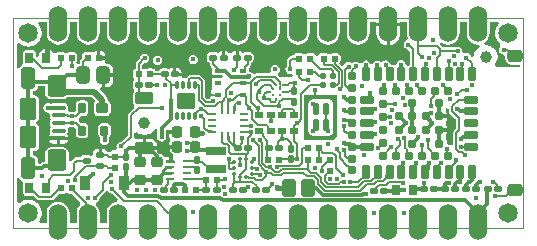
<source format=gtl>
G04*
G04 #@! TF.GenerationSoftware,Altium Limited,Altium Designer,24.2.2 (26)*
G04*
G04 Layer_Physical_Order=1*
G04 Layer_Color=255*
%FSLAX44Y44*%
%MOMM*%
G71*
G04*
G04 #@! TF.SameCoordinates,84A61C28-107D-4167-A594-B99BE37EB826*
G04*
G04*
G04 #@! TF.FilePolarity,Positive*
G04*
G01*
G75*
%ADD10C,0.1500*%
%ADD11C,0.2500*%
%ADD12C,0.1000*%
G04:AMPARAMS|DCode=13|XSize=1.9mm|YSize=1.4mm|CornerRadius=0.259mm|HoleSize=0mm|Usage=FLASHONLY|Rotation=90.000|XOffset=0mm|YOffset=0mm|HoleType=Round|Shape=RoundedRectangle|*
%AMROUNDEDRECTD13*
21,1,1.9000,0.8820,0,0,90.0*
21,1,1.3820,1.4000,0,0,90.0*
1,1,0.5180,0.4410,0.6910*
1,1,0.5180,0.4410,-0.6910*
1,1,0.5180,-0.4410,-0.6910*
1,1,0.5180,-0.4410,0.6910*
%
%ADD13ROUNDEDRECTD13*%
G04:AMPARAMS|DCode=14|XSize=1.825mm|YSize=1.6mm|CornerRadius=0.296mm|HoleSize=0mm|Usage=FLASHONLY|Rotation=90.000|XOffset=0mm|YOffset=0mm|HoleType=Round|Shape=RoundedRectangle|*
%AMROUNDEDRECTD14*
21,1,1.8250,1.0080,0,0,90.0*
21,1,1.2330,1.6000,0,0,90.0*
1,1,0.5920,0.5040,0.6165*
1,1,0.5920,0.5040,-0.6165*
1,1,0.5920,-0.5040,-0.6165*
1,1,0.5920,-0.5040,0.6165*
%
%ADD14ROUNDEDRECTD14*%
G04:AMPARAMS|DCode=15|XSize=0.37mm|YSize=1.11mm|CornerRadius=0.0907mm|HoleSize=0mm|Usage=FLASHONLY|Rotation=90.000|XOffset=0mm|YOffset=0mm|HoleType=Round|Shape=RoundedRectangle|*
%AMROUNDEDRECTD15*
21,1,0.3700,0.9287,0,0,90.0*
21,1,0.1887,1.1100,0,0,90.0*
1,1,0.1813,0.4643,0.0944*
1,1,0.1813,0.4643,-0.0944*
1,1,0.1813,-0.4643,-0.0944*
1,1,0.1813,-0.4643,0.0944*
%
%ADD15ROUNDEDRECTD15*%
G04:AMPARAMS|DCode=16|XSize=1.78mm|YSize=1.2mm|CornerRadius=0.222mm|HoleSize=0mm|Usage=FLASHONLY|Rotation=90.000|XOffset=0mm|YOffset=0mm|HoleType=Round|Shape=RoundedRectangle|*
%AMROUNDEDRECTD16*
21,1,1.7800,0.7560,0,0,90.0*
21,1,1.3360,1.2000,0,0,90.0*
1,1,0.4440,0.3780,0.6680*
1,1,0.4440,0.3780,-0.6680*
1,1,0.4440,-0.3780,-0.6680*
1,1,0.4440,-0.3780,0.6680*
%
%ADD16ROUNDEDRECTD16*%
%ADD17R,0.8000X0.2499*%
%ADD18R,0.2499X0.8000*%
G04:AMPARAMS|DCode=19|XSize=0.64mm|YSize=0.26mm|CornerRadius=0.0702mm|HoleSize=0mm|Usage=FLASHONLY|Rotation=90.000|XOffset=0mm|YOffset=0mm|HoleType=Round|Shape=RoundedRectangle|*
%AMROUNDEDRECTD19*
21,1,0.6400,0.1196,0,0,90.0*
21,1,0.4996,0.2600,0,0,90.0*
1,1,0.1404,0.0598,0.2498*
1,1,0.1404,0.0598,-0.2498*
1,1,0.1404,-0.0598,-0.2498*
1,1,0.1404,-0.0598,0.2498*
%
%ADD19ROUNDEDRECTD19*%
G04:AMPARAMS|DCode=20|XSize=0.6599mm|YSize=0.5001mm|CornerRadius=0.125mm|HoleSize=0mm|Usage=FLASHONLY|Rotation=180.000|XOffset=0mm|YOffset=0mm|HoleType=Round|Shape=RoundedRectangle|*
%AMROUNDEDRECTD20*
21,1,0.6599,0.2501,0,0,180.0*
21,1,0.4098,0.5001,0,0,180.0*
1,1,0.2501,-0.2049,0.1250*
1,1,0.2501,0.2049,0.1250*
1,1,0.2501,0.2049,-0.1250*
1,1,0.2501,-0.2049,-0.1250*
%
%ADD20ROUNDEDRECTD20*%
G04:AMPARAMS|DCode=21|XSize=0.91mm|YSize=1.01mm|CornerRadius=0.1502mm|HoleSize=0mm|Usage=FLASHONLY|Rotation=90.000|XOffset=0mm|YOffset=0mm|HoleType=Round|Shape=RoundedRectangle|*
%AMROUNDEDRECTD21*
21,1,0.9100,0.7097,0,0,90.0*
21,1,0.6097,1.0100,0,0,90.0*
1,1,0.3003,0.3549,0.3049*
1,1,0.3003,0.3549,-0.3049*
1,1,0.3003,-0.3549,-0.3049*
1,1,0.3003,-0.3549,0.3049*
%
%ADD21ROUNDEDRECTD21*%
G04:AMPARAMS|DCode=22|XSize=0.91mm|YSize=0.61mm|CornerRadius=0.1495mm|HoleSize=0mm|Usage=FLASHONLY|Rotation=90.000|XOffset=0mm|YOffset=0mm|HoleType=Round|Shape=RoundedRectangle|*
%AMROUNDEDRECTD22*
21,1,0.9100,0.3111,0,0,90.0*
21,1,0.6111,0.6100,0,0,90.0*
1,1,0.2989,0.1556,0.3056*
1,1,0.2989,0.1556,-0.3056*
1,1,0.2989,-0.1556,-0.3056*
1,1,0.2989,-0.1556,0.3056*
%
%ADD22ROUNDEDRECTD22*%
G04:AMPARAMS|DCode=23|XSize=0.91mm|YSize=1.22mm|CornerRadius=0.2275mm|HoleSize=0mm|Usage=FLASHONLY|Rotation=180.000|XOffset=0mm|YOffset=0mm|HoleType=Round|Shape=RoundedRectangle|*
%AMROUNDEDRECTD23*
21,1,0.9100,0.7650,0,0,180.0*
21,1,0.4550,1.2200,0,0,180.0*
1,1,0.4550,-0.2275,0.3825*
1,1,0.4550,0.2275,0.3825*
1,1,0.4550,0.2275,-0.3825*
1,1,0.4550,-0.2275,-0.3825*
%
%ADD23ROUNDEDRECTD23*%
G04:AMPARAMS|DCode=24|XSize=0.54mm|YSize=0.54mm|CornerRadius=0.1404mm|HoleSize=0mm|Usage=FLASHONLY|Rotation=270.000|XOffset=0mm|YOffset=0mm|HoleType=Round|Shape=RoundedRectangle|*
%AMROUNDEDRECTD24*
21,1,0.5400,0.2592,0,0,270.0*
21,1,0.2592,0.5400,0,0,270.0*
1,1,0.2808,-0.1296,-0.1296*
1,1,0.2808,-0.1296,0.1296*
1,1,0.2808,0.1296,0.1296*
1,1,0.2808,0.1296,-0.1296*
%
%ADD24ROUNDEDRECTD24*%
G04:AMPARAMS|DCode=25|XSize=0.55mm|YSize=0.58mm|CornerRadius=0.1403mm|HoleSize=0mm|Usage=FLASHONLY|Rotation=0.000|XOffset=0mm|YOffset=0mm|HoleType=Round|Shape=RoundedRectangle|*
%AMROUNDEDRECTD25*
21,1,0.5500,0.2995,0,0,0.0*
21,1,0.2695,0.5800,0,0,0.0*
1,1,0.2805,0.1348,-0.1498*
1,1,0.2805,-0.1348,-0.1498*
1,1,0.2805,-0.1348,0.1498*
1,1,0.2805,0.1348,0.1498*
%
%ADD25ROUNDEDRECTD25*%
G04:AMPARAMS|DCode=26|XSize=0.25mm|YSize=0.7mm|CornerRadius=0.0313mm|HoleSize=0mm|Usage=FLASHONLY|Rotation=90.000|XOffset=0mm|YOffset=0mm|HoleType=Round|Shape=RoundedRectangle|*
%AMROUNDEDRECTD26*
21,1,0.2500,0.6375,0,0,90.0*
21,1,0.1875,0.7000,0,0,90.0*
1,1,0.0625,0.3188,0.0938*
1,1,0.0625,0.3188,-0.0938*
1,1,0.0625,-0.3188,-0.0938*
1,1,0.0625,-0.3188,0.0938*
%
%ADD26ROUNDEDRECTD26*%
G04:AMPARAMS|DCode=27|XSize=0.7mm|YSize=0.7mm|CornerRadius=0.063mm|HoleSize=0mm|Usage=FLASHONLY|Rotation=0.000|XOffset=0mm|YOffset=0mm|HoleType=Round|Shape=RoundedRectangle|*
%AMROUNDEDRECTD27*
21,1,0.7000,0.5740,0,0,0.0*
21,1,0.5740,0.7000,0,0,0.0*
1,1,0.1260,0.2870,-0.2870*
1,1,0.1260,-0.2870,-0.2870*
1,1,0.1260,-0.2870,0.2870*
1,1,0.1260,0.2870,0.2870*
%
%ADD27ROUNDEDRECTD27*%
G04:AMPARAMS|DCode=28|XSize=1.1501mm|YSize=0.7mm|CornerRadius=0.063mm|HoleSize=0mm|Usage=FLASHONLY|Rotation=270.000|XOffset=0mm|YOffset=0mm|HoleType=Round|Shape=RoundedRectangle|*
%AMROUNDEDRECTD28*
21,1,1.1501,0.5740,0,0,270.0*
21,1,1.0241,0.7000,0,0,270.0*
1,1,0.1260,-0.2870,-0.5121*
1,1,0.1260,-0.2870,0.5121*
1,1,0.1260,0.2870,0.5121*
1,1,0.1260,0.2870,-0.5121*
%
%ADD28ROUNDEDRECTD28*%
G04:AMPARAMS|DCode=29|XSize=1.1501mm|YSize=0.7mm|CornerRadius=0.063mm|HoleSize=0mm|Usage=FLASHONLY|Rotation=0.000|XOffset=0mm|YOffset=0mm|HoleType=Round|Shape=RoundedRectangle|*
%AMROUNDEDRECTD29*
21,1,1.1501,0.5740,0,0,0.0*
21,1,1.0241,0.7000,0,0,0.0*
1,1,0.1260,0.5121,-0.2870*
1,1,0.1260,-0.5121,-0.2870*
1,1,0.1260,-0.5121,0.2870*
1,1,0.1260,0.5121,0.2870*
%
%ADD29ROUNDEDRECTD29*%
%ADD30R,1.8000X0.7000*%
G04:AMPARAMS|DCode=31|XSize=0.33mm|YSize=0.28mm|CornerRadius=0.07mm|HoleSize=0mm|Usage=FLASHONLY|Rotation=180.000|XOffset=0mm|YOffset=0mm|HoleType=Round|Shape=RoundedRectangle|*
%AMROUNDEDRECTD31*
21,1,0.3300,0.1400,0,0,180.0*
21,1,0.1900,0.2800,0,0,180.0*
1,1,0.1400,-0.0950,0.0700*
1,1,0.1400,0.0950,0.0700*
1,1,0.1400,0.0950,-0.0700*
1,1,0.1400,-0.0950,-0.0700*
%
%ADD31ROUNDEDRECTD31*%
G04:AMPARAMS|DCode=32|XSize=0.33mm|YSize=0.28mm|CornerRadius=0.07mm|HoleSize=0mm|Usage=FLASHONLY|Rotation=90.000|XOffset=0mm|YOffset=0mm|HoleType=Round|Shape=RoundedRectangle|*
%AMROUNDEDRECTD32*
21,1,0.3300,0.1400,0,0,90.0*
21,1,0.1900,0.2800,0,0,90.0*
1,1,0.1400,0.0700,0.0950*
1,1,0.1400,0.0700,-0.0950*
1,1,0.1400,-0.0700,-0.0950*
1,1,0.1400,-0.0700,0.0950*
%
%ADD32ROUNDEDRECTD32*%
G04:AMPARAMS|DCode=33|XSize=0.72mm|YSize=0.87mm|CornerRadius=0.18mm|HoleSize=0mm|Usage=FLASHONLY|Rotation=0.000|XOffset=0mm|YOffset=0mm|HoleType=Round|Shape=RoundedRectangle|*
%AMROUNDEDRECTD33*
21,1,0.7200,0.5100,0,0,0.0*
21,1,0.3600,0.8700,0,0,0.0*
1,1,0.3600,0.1800,-0.2550*
1,1,0.3600,-0.1800,-0.2550*
1,1,0.3600,-0.1800,0.2550*
1,1,0.3600,0.1800,0.2550*
%
%ADD33ROUNDEDRECTD33*%
G04:AMPARAMS|DCode=34|XSize=0.75mm|YSize=0.87mm|CornerRadius=0.1913mm|HoleSize=0mm|Usage=FLASHONLY|Rotation=0.000|XOffset=0mm|YOffset=0mm|HoleType=Round|Shape=RoundedRectangle|*
%AMROUNDEDRECTD34*
21,1,0.7500,0.4875,0,0,0.0*
21,1,0.3675,0.8700,0,0,0.0*
1,1,0.3825,0.1838,-0.2438*
1,1,0.3825,-0.1838,-0.2438*
1,1,0.3825,-0.1838,0.2438*
1,1,0.3825,0.1838,0.2438*
%
%ADD34ROUNDEDRECTD34*%
%ADD35R,0.6100X0.3500*%
G04:AMPARAMS|DCode=36|XSize=0.35mm|YSize=1.3mm|CornerRadius=0.0875mm|HoleSize=0mm|Usage=FLASHONLY|Rotation=90.000|XOffset=0mm|YOffset=0mm|HoleType=Round|Shape=RoundedRectangle|*
%AMROUNDEDRECTD36*
21,1,0.3500,1.1250,0,0,90.0*
21,1,0.1750,1.3000,0,0,90.0*
1,1,0.1750,0.5625,0.0875*
1,1,0.1750,0.5625,-0.0875*
1,1,0.1750,-0.5625,-0.0875*
1,1,0.1750,-0.5625,0.0875*
%
%ADD36ROUNDEDRECTD36*%
G04:AMPARAMS|DCode=37|XSize=2.3mm|YSize=0.35mm|CornerRadius=0.0875mm|HoleSize=0mm|Usage=FLASHONLY|Rotation=90.000|XOffset=0mm|YOffset=0mm|HoleType=Round|Shape=RoundedRectangle|*
%AMROUNDEDRECTD37*
21,1,2.3000,0.1750,0,0,90.0*
21,1,2.1250,0.3500,0,0,90.0*
1,1,0.1750,0.0875,1.0625*
1,1,0.1750,0.0875,-1.0625*
1,1,0.1750,-0.0875,-1.0625*
1,1,0.1750,-0.0875,1.0625*
%
%ADD37ROUNDEDRECTD37*%
G04:AMPARAMS|DCode=38|XSize=1.02mm|YSize=0.48mm|CornerRadius=0.0528mm|HoleSize=0mm|Usage=FLASHONLY|Rotation=270.000|XOffset=0mm|YOffset=0mm|HoleType=Round|Shape=RoundedRectangle|*
%AMROUNDEDRECTD38*
21,1,1.0200,0.3744,0,0,270.0*
21,1,0.9144,0.4800,0,0,270.0*
1,1,0.1056,-0.1872,-0.4572*
1,1,0.1056,-0.1872,0.4572*
1,1,0.1056,0.1872,0.4572*
1,1,0.1056,0.1872,-0.4572*
%
%ADD38ROUNDEDRECTD38*%
%ADD39C,0.2000*%
G04:AMPARAMS|DCode=40|XSize=1.11mm|YSize=1.47mm|CornerRadius=0.2498mm|HoleSize=0mm|Usage=FLASHONLY|Rotation=180.000|XOffset=0mm|YOffset=0mm|HoleType=Round|Shape=RoundedRectangle|*
%AMROUNDEDRECTD40*
21,1,1.1100,0.9705,0,0,180.0*
21,1,0.6105,1.4700,0,0,180.0*
1,1,0.4995,-0.3053,0.4853*
1,1,0.4995,0.3053,0.4853*
1,1,0.4995,0.3053,-0.4853*
1,1,0.4995,-0.3053,-0.4853*
%
%ADD40ROUNDEDRECTD40*%
G04:AMPARAMS|DCode=41|XSize=0.87mm|YSize=0.97mm|CornerRadius=0.2218mm|HoleSize=0mm|Usage=FLASHONLY|Rotation=90.000|XOffset=0mm|YOffset=0mm|HoleType=Round|Shape=RoundedRectangle|*
%AMROUNDEDRECTD41*
21,1,0.8700,0.5263,0,0,90.0*
21,1,0.4263,0.9700,0,0,90.0*
1,1,0.4437,0.2632,0.2132*
1,1,0.4437,0.2632,-0.2132*
1,1,0.4437,-0.2632,-0.2132*
1,1,0.4437,-0.2632,0.2132*
%
%ADD41ROUNDEDRECTD41*%
G04:AMPARAMS|DCode=42|XSize=0.63mm|YSize=0.58mm|CornerRadius=0.1508mm|HoleSize=0mm|Usage=FLASHONLY|Rotation=270.000|XOffset=0mm|YOffset=0mm|HoleType=Round|Shape=RoundedRectangle|*
%AMROUNDEDRECTD42*
21,1,0.6300,0.2784,0,0,270.0*
21,1,0.3284,0.5800,0,0,270.0*
1,1,0.3016,-0.1392,-0.1642*
1,1,0.3016,-0.1392,0.1642*
1,1,0.3016,0.1392,0.1642*
1,1,0.3016,0.1392,-0.1642*
%
%ADD42ROUNDEDRECTD42*%
G04:AMPARAMS|DCode=43|XSize=1mm|YSize=1.6mm|CornerRadius=0.245mm|HoleSize=0mm|Usage=FLASHONLY|Rotation=90.000|XOffset=0mm|YOffset=0mm|HoleType=Round|Shape=RoundedRectangle|*
%AMROUNDEDRECTD43*
21,1,1.0000,1.1100,0,0,90.0*
21,1,0.5100,1.6000,0,0,90.0*
1,1,0.4900,0.5550,0.2550*
1,1,0.4900,0.5550,-0.2550*
1,1,0.4900,-0.5550,-0.2550*
1,1,0.4900,-0.5550,0.2550*
%
%ADD43ROUNDEDRECTD43*%
%ADD44R,0.7200X0.6000*%
G04:AMPARAMS|DCode=45|XSize=0.63mm|YSize=0.58mm|CornerRadius=0.1508mm|HoleSize=0mm|Usage=FLASHONLY|Rotation=0.000|XOffset=0mm|YOffset=0mm|HoleType=Round|Shape=RoundedRectangle|*
%AMROUNDEDRECTD45*
21,1,0.6300,0.2784,0,0,0.0*
21,1,0.3284,0.5800,0,0,0.0*
1,1,0.3016,0.1642,-0.1392*
1,1,0.3016,-0.1642,-0.1392*
1,1,0.3016,-0.1642,0.1392*
1,1,0.3016,0.1642,0.1392*
%
%ADD45ROUNDEDRECTD45*%
G04:AMPARAMS|DCode=46|XSize=1.25mm|YSize=1.47mm|CornerRadius=0.2813mm|HoleSize=0mm|Usage=FLASHONLY|Rotation=180.000|XOffset=0mm|YOffset=0mm|HoleType=Round|Shape=RoundedRectangle|*
%AMROUNDEDRECTD46*
21,1,1.2500,0.9075,0,0,180.0*
21,1,0.6875,1.4700,0,0,180.0*
1,1,0.5625,-0.3438,0.4537*
1,1,0.5625,0.3438,0.4537*
1,1,0.5625,0.3438,-0.4537*
1,1,0.5625,-0.3438,-0.4537*
%
%ADD46ROUNDEDRECTD46*%
G04:AMPARAMS|DCode=47|XSize=0.55mm|YSize=0.58mm|CornerRadius=0.1403mm|HoleSize=0mm|Usage=FLASHONLY|Rotation=270.000|XOffset=0mm|YOffset=0mm|HoleType=Round|Shape=RoundedRectangle|*
%AMROUNDEDRECTD47*
21,1,0.5500,0.2995,0,0,270.0*
21,1,0.2695,0.5800,0,0,270.0*
1,1,0.2805,-0.1498,-0.1348*
1,1,0.2805,-0.1498,0.1348*
1,1,0.2805,0.1498,0.1348*
1,1,0.2805,0.1498,-0.1348*
%
%ADD47ROUNDEDRECTD47*%
G04:AMPARAMS|DCode=48|XSize=0.87mm|YSize=0.97mm|CornerRadius=0.2218mm|HoleSize=0mm|Usage=FLASHONLY|Rotation=180.000|XOffset=0mm|YOffset=0mm|HoleType=Round|Shape=RoundedRectangle|*
%AMROUNDEDRECTD48*
21,1,0.8700,0.5263,0,0,180.0*
21,1,0.4263,0.9700,0,0,180.0*
1,1,0.4437,-0.2132,0.2632*
1,1,0.4437,0.2132,0.2632*
1,1,0.4437,0.2132,-0.2632*
1,1,0.4437,-0.2132,-0.2632*
%
%ADD48ROUNDEDRECTD48*%
G04:AMPARAMS|DCode=81|XSize=1.3mm|YSize=1.5mm|CornerRadius=0.052mm|HoleSize=0mm|Usage=FLASHONLY|Rotation=90.000|XOffset=0mm|YOffset=0mm|HoleType=Round|Shape=RoundedRectangle|*
%AMROUNDEDRECTD81*
21,1,1.3000,1.3960,0,0,90.0*
21,1,1.1960,1.5000,0,0,90.0*
1,1,0.1040,0.6980,0.5980*
1,1,0.1040,0.6980,-0.5980*
1,1,0.1040,-0.6980,-0.5980*
1,1,0.1040,-0.6980,0.5980*
%
%ADD81ROUNDEDRECTD81*%
%ADD82C,1.0000*%
G04:AMPARAMS|DCode=83|XSize=1.3mm|YSize=1mm|CornerRadius=0.25mm|HoleSize=0mm|Usage=FLASHONLY|Rotation=180.000|XOffset=0mm|YOffset=0mm|HoleType=Round|Shape=RoundedRectangle|*
%AMROUNDEDRECTD83*
21,1,1.3000,0.5000,0,0,180.0*
21,1,0.8000,1.0000,0,0,180.0*
1,1,0.5000,-0.4000,0.2500*
1,1,0.5000,0.4000,0.2500*
1,1,0.5000,0.4000,-0.2500*
1,1,0.5000,-0.4000,-0.2500*
%
%ADD83ROUNDEDRECTD83*%
%ADD84C,0.1270*%
%ADD85C,0.1080*%
%ADD86C,0.3000*%
%ADD87C,0.2000*%
%ADD88C,0.4000*%
%ADD89C,0.2100*%
%ADD90C,0.5000*%
%ADD91O,1.5240X3.0480*%
%ADD92C,0.7000*%
%ADD93C,1.6510*%
%ADD94C,0.4000*%
G36*
X333047Y165100D02*
X333378Y162589D01*
X333969Y161161D01*
X333118Y159113D01*
X332904Y158916D01*
X332868Y158890D01*
X331572Y158024D01*
X330688Y156701D01*
X330378Y155140D01*
X330688Y153579D01*
X331572Y152256D01*
X332896Y151372D01*
X334456Y151062D01*
X335715Y149546D01*
Y137952D01*
X335648D01*
X334622Y137748D01*
X333872Y137422D01*
X332912Y137828D01*
X332225Y138368D01*
X332234Y138411D01*
X331923Y139972D01*
X331039Y141295D01*
X329716Y142179D01*
X328155Y142490D01*
X326595Y142179D01*
X325271Y141295D01*
X324387Y139972D01*
X324188Y138969D01*
X322774Y137995D01*
X322160Y137799D01*
X321389Y137952D01*
X321131D01*
X319556Y138016D01*
X319246Y139577D01*
X318362Y140900D01*
X317039Y141784D01*
X315478Y142095D01*
X313917Y141784D01*
X313273Y141354D01*
X311149Y140934D01*
X309825Y141818D01*
X308265Y142128D01*
X306704Y141818D01*
X305381Y140934D01*
X304497Y139611D01*
X304403Y139141D01*
X302364D01*
X302271Y139611D01*
X301387Y140934D01*
X300064Y141818D01*
X298503Y142128D01*
X296942Y141818D01*
X295619Y140934D01*
X295014Y140028D01*
X293420Y139750D01*
X292746Y139822D01*
X291423Y140706D01*
X289862Y141016D01*
X288302Y140706D01*
X286979Y139822D01*
X285431Y140548D01*
X283871Y140858D01*
X282310Y140548D01*
X280987Y139664D01*
X280103Y138341D01*
X280067Y138161D01*
X277897Y137503D01*
X276078Y139322D01*
X276101Y139549D01*
X276853Y140675D01*
X277117Y142002D01*
Y144998D01*
X276853Y146325D01*
X276101Y147451D01*
X274975Y148202D01*
X273647Y148467D01*
X270952D01*
X269625Y148202D01*
X268500Y147451D01*
X266600D01*
X265475Y148202D01*
X264147Y148467D01*
X261453D01*
X260125Y148202D01*
X259000Y147451D01*
X258248Y146325D01*
X258070Y145431D01*
X256030D01*
X255853Y146325D01*
X255101Y147451D01*
X253975Y148202D01*
X252647Y148467D01*
X249953D01*
X248625Y148202D01*
X247500Y147451D01*
X245600D01*
X244475Y148202D01*
X243148Y148467D01*
X240452D01*
X239125Y148202D01*
X237999Y147451D01*
X237248Y146325D01*
X237243Y146304D01*
X236004D01*
X234931Y146090D01*
X234022Y145483D01*
X232272Y143733D01*
X231665Y142824D01*
X231451Y141751D01*
Y137476D01*
X231371Y137422D01*
X230487Y136099D01*
X230177Y134538D01*
X230487Y132978D01*
X231371Y131655D01*
X232694Y130771D01*
X234255Y130460D01*
X235135Y130635D01*
X235527Y130713D01*
X236529Y129774D01*
X235504Y127994D01*
X225840D01*
X224317Y129598D01*
X224452Y131519D01*
X225336Y132842D01*
X225646Y134403D01*
X225336Y135964D01*
X224452Y137287D01*
X223129Y138171D01*
X221568Y138481D01*
X220007Y138171D01*
X218684Y137287D01*
X217800Y135964D01*
X217490Y134403D01*
X217765Y133019D01*
X217726Y132729D01*
X216613Y131019D01*
X205604D01*
X204531Y130805D01*
X202298Y131329D01*
X200975Y132213D01*
X199414Y132524D01*
X199320Y132601D01*
Y135661D01*
X200433Y136774D01*
X200433Y136774D01*
X201096Y137766D01*
X201329Y138937D01*
X201329Y138937D01*
Y139736D01*
X202441Y140479D01*
X203216Y141639D01*
X203489Y143008D01*
Y145792D01*
X203216Y147161D01*
X202441Y148321D01*
X201281Y149096D01*
X199912Y149369D01*
X196628D01*
X195259Y149096D01*
X194300Y148456D01*
X194130Y148710D01*
X192791Y149605D01*
X191212Y149919D01*
X190840D01*
Y144400D01*
X188300D01*
Y149919D01*
X187928D01*
X186348Y149605D01*
X185010Y148710D01*
X184973Y148655D01*
X182567D01*
X182530Y148710D01*
X181192Y149605D01*
X179612Y149919D01*
X179240D01*
Y144400D01*
X176700D01*
Y149919D01*
X176328D01*
X174749Y149605D01*
X173410Y148710D01*
X173239Y148456D01*
X172281Y149096D01*
X170912Y149369D01*
X167628D01*
X166259Y149096D01*
X165099Y148321D01*
X164324Y147161D01*
X164051Y145792D01*
Y143008D01*
X164324Y141639D01*
X165099Y140479D01*
X166211Y139736D01*
Y138913D01*
X166211Y138913D01*
X166444Y137742D01*
X167107Y136750D01*
X168220Y135637D01*
Y129250D01*
X176884D01*
X177175Y128750D01*
X176026Y126750D01*
X168220D01*
Y119250D01*
X168220D01*
X168123Y117290D01*
X167680D01*
Y111414D01*
X166502Y110627D01*
X165988Y109859D01*
X163892Y109650D01*
X162355Y111186D01*
Y124408D01*
X162151Y125437D01*
X161569Y126308D01*
X158678Y129198D01*
X157807Y129781D01*
X156779Y129985D01*
X149699D01*
X148671Y129781D01*
X147799Y129198D01*
X146800Y128200D01*
X146218Y127328D01*
X144298Y126753D01*
X143926D01*
X142554Y128232D01*
X142399Y128652D01*
X142469Y129008D01*
Y129130D01*
X136700D01*
Y130400D01*
X135430D01*
Y135919D01*
X135058D01*
X133478Y135605D01*
X132140Y134710D01*
X131969Y134456D01*
X131011Y135097D01*
X129642Y135369D01*
X126358D01*
X124989Y135097D01*
X123829Y134321D01*
X123253Y133459D01*
X120146D01*
X119551Y134351D01*
X118425Y135103D01*
X117098Y135367D01*
X114403D01*
X113075Y135103D01*
X111950Y134351D01*
X111661D01*
X109700Y134585D01*
X109054Y135016D01*
Y138184D01*
X110555Y139684D01*
X111142Y139568D01*
X112702Y139878D01*
X114025Y140762D01*
X114909Y142085D01*
X115220Y143646D01*
X114909Y145207D01*
X114025Y146530D01*
X112702Y147414D01*
X111142Y147724D01*
X109581Y147414D01*
X108258Y146530D01*
X107374Y145207D01*
X107182Y144242D01*
X104267Y141328D01*
X103660Y140418D01*
X103446Y139345D01*
Y135016D01*
X102450Y134351D01*
X101698Y133225D01*
X101433Y131897D01*
Y128903D01*
X101698Y127575D01*
X102450Y126449D01*
X101776Y124494D01*
X101554Y124161D01*
X101281Y122792D01*
Y120008D01*
X101554Y118639D01*
X102329Y117479D01*
X101999Y115294D01*
X101258Y114186D01*
X100913Y112450D01*
Y107350D01*
X101258Y105614D01*
X102242Y104142D01*
X102273Y104121D01*
X102469Y102131D01*
X97747Y97409D01*
X97139Y96499D01*
X96925Y95426D01*
Y78724D01*
X91432Y73230D01*
X91337Y73249D01*
X89776Y72938D01*
X88453Y72054D01*
X87569Y70731D01*
X87259Y69171D01*
X87498Y67967D01*
X86803Y66647D01*
X86261Y65967D01*
X84502D01*
X82964Y65661D01*
X81660Y64790D01*
X81187Y64082D01*
X79086Y64395D01*
X78969Y64981D01*
X78131Y66234D01*
X76878Y67072D01*
X75399Y67366D01*
X74620D01*
Y62251D01*
X72080D01*
Y67366D01*
X71301D01*
X69822Y67072D01*
X68568Y66234D01*
X67730Y64981D01*
X67436Y63502D01*
Y62519D01*
X65436Y61449D01*
X65268Y61562D01*
X63999Y61814D01*
X59901D01*
X58633Y61562D01*
X57558Y60844D01*
X57200Y60309D01*
X53722D01*
X53722Y60309D01*
X52551Y60076D01*
X51559Y59413D01*
X51559Y59413D01*
X49078Y56932D01*
X48896Y56660D01*
X46896Y57267D01*
Y63590D01*
X46511Y65525D01*
X45415Y67166D01*
X43774Y68262D01*
X41839Y68647D01*
X31759D01*
X29824Y68262D01*
X28183Y67166D01*
X27087Y65525D01*
X26702Y63590D01*
Y56329D01*
X25960D01*
X24594Y56057D01*
X23437Y55283D01*
X22882Y54728D01*
X20882Y55379D01*
Y57380D01*
X20554Y59027D01*
X19621Y60422D01*
X18226Y61355D01*
X16579Y61683D01*
X16368D01*
Y65310D01*
X17209D01*
X19000Y65666D01*
X20518Y66681D01*
X21533Y68199D01*
X21889Y69990D01*
Y83810D01*
X21533Y85601D01*
X20518Y87119D01*
X19516Y87789D01*
X19405Y88192D01*
Y89608D01*
X19516Y90011D01*
X20518Y90681D01*
X21533Y92199D01*
X21889Y93990D01*
Y107810D01*
X21533Y109601D01*
X20518Y111119D01*
X19000Y112134D01*
X17209Y112490D01*
X16368D01*
Y116117D01*
X16579D01*
X18226Y116445D01*
X19621Y117378D01*
X20554Y118773D01*
X20882Y120420D01*
Y120448D01*
X26702D01*
Y114210D01*
X27087Y112275D01*
X28183Y110634D01*
X29824Y109538D01*
X31759Y109153D01*
X41839D01*
X43774Y109538D01*
X45415Y110634D01*
X45513Y110781D01*
X66731D01*
X69180Y108331D01*
X69076Y107273D01*
X68302Y106115D01*
X68031Y104748D01*
Y98652D01*
X68302Y97285D01*
X69076Y96127D01*
X70234Y95353D01*
X71601Y95081D01*
X78698D01*
X80064Y95353D01*
X81222Y96127D01*
X81996Y97285D01*
X82268Y98652D01*
Y104748D01*
X81996Y106115D01*
X81222Y107273D01*
X80064Y108047D01*
X79737Y108112D01*
Y108851D01*
X79388Y110607D01*
X78393Y112095D01*
X73063Y117425D01*
X73906Y119411D01*
X74880D01*
Y129400D01*
X76150D01*
Y130670D01*
X84339D01*
Y134253D01*
X83948Y136218D01*
X82834Y137884D01*
X81168Y138998D01*
X79202Y139389D01*
X78547D01*
X77461Y141364D01*
X77767Y142902D01*
Y143130D01*
X72400D01*
Y144400D01*
X71130D01*
Y149917D01*
X71052D01*
X69514Y149611D01*
X68210Y148740D01*
X65901Y148884D01*
X65575Y149102D01*
X64247Y149367D01*
X61553D01*
X60225Y149102D01*
X59099Y148351D01*
X58347Y147225D01*
X58083Y145898D01*
Y143977D01*
X56987Y142881D01*
X56324Y141888D01*
X56091Y140718D01*
X56086Y139369D01*
X54400Y138876D01*
X53123Y140065D01*
X53200Y140449D01*
X53952Y141575D01*
X54216Y142902D01*
Y145898D01*
X53952Y147225D01*
X53200Y148351D01*
X52074Y149102D01*
X50746Y149367D01*
X48052D01*
X46724Y149102D01*
X45599Y148351D01*
X43700D01*
X42574Y149102D01*
X41247Y149367D01*
X38551D01*
X37224Y149102D01*
X36098Y148351D01*
X36011Y148219D01*
X33888Y148642D01*
X33887Y148643D01*
X32928Y150079D01*
X31492Y151038D01*
X29799Y151375D01*
X29269D01*
Y144400D01*
X26729D01*
Y151375D01*
X26199D01*
X24506Y151038D01*
X23070Y150079D01*
X22111Y148643D01*
X21774Y146950D01*
Y146384D01*
X19774Y145254D01*
X19226Y145584D01*
X19174Y145676D01*
Y146950D01*
X18879Y148433D01*
X18039Y149690D01*
X16782Y150529D01*
X15299Y150824D01*
X11699D01*
X10216Y150529D01*
X8959Y149690D01*
X8120Y148433D01*
X7825Y146950D01*
Y141850D01*
X8120Y140367D01*
X8370Y139993D01*
X7595Y137800D01*
X7372Y137755D01*
X5977Y136822D01*
X5044Y135427D01*
X3059Y135698D01*
Y155913D01*
X5059Y156741D01*
X5275Y156525D01*
X5525Y156358D01*
X5738Y156145D01*
X7090Y155241D01*
X7369Y155126D01*
X7619Y154959D01*
X9122Y154336D01*
X9417Y154277D01*
X9695Y154162D01*
X11290Y153845D01*
X11592D01*
X11887Y153786D01*
X13513D01*
X13808Y153845D01*
X14110D01*
X15705Y154162D01*
X15983Y154277D01*
X16278Y154336D01*
X17781Y154959D01*
X18031Y155126D01*
X18310Y155241D01*
X19662Y156145D01*
X19875Y156358D01*
X20125Y156525D01*
X21275Y157675D01*
X21442Y157925D01*
X21655Y158138D01*
X22559Y159490D01*
X22674Y159769D01*
X22841Y160019D01*
X23464Y161521D01*
X23523Y161817D01*
X23638Y162095D01*
X23955Y163690D01*
Y163992D01*
X24014Y164287D01*
Y165913D01*
X23955Y166208D01*
Y166510D01*
X23638Y168105D01*
X23523Y168383D01*
X23464Y168678D01*
X22841Y170181D01*
X22674Y170431D01*
X22559Y170710D01*
X21655Y172062D01*
X21442Y172275D01*
X21275Y172525D01*
X21059Y172741D01*
X21887Y174741D01*
X28397D01*
Y165100D01*
X28728Y162589D01*
X29697Y160249D01*
X31239Y158239D01*
X33249Y156697D01*
X35589Y155728D01*
X38100Y155397D01*
X40611Y155728D01*
X42951Y156697D01*
X44961Y158239D01*
X46503Y160249D01*
X47472Y162589D01*
X47803Y165100D01*
Y174741D01*
X53797D01*
Y165100D01*
X54128Y162589D01*
X55097Y160249D01*
X56639Y158239D01*
X58649Y156697D01*
X60989Y155728D01*
X63500Y155397D01*
X66011Y155728D01*
X68351Y156697D01*
X70361Y158239D01*
X71903Y160249D01*
X72872Y162589D01*
X73203Y165100D01*
Y174741D01*
X79047D01*
Y165100D01*
X79378Y162589D01*
X80347Y160249D01*
X81889Y158239D01*
X83898Y156697D01*
X86239Y155728D01*
X88750Y155397D01*
X91261Y155728D01*
X93602Y156697D01*
X95611Y158239D01*
X97153Y160249D01*
X98122Y162589D01*
X98453Y165100D01*
Y174741D01*
X104447D01*
Y165100D01*
X104778Y162589D01*
X105747Y160249D01*
X107289Y158239D01*
X109298Y156697D01*
X111639Y155728D01*
X114150Y155397D01*
X116661Y155728D01*
X119002Y156697D01*
X121011Y158239D01*
X122553Y160249D01*
X123522Y162589D01*
X123853Y165100D01*
Y174741D01*
X129847D01*
Y165100D01*
X130178Y162589D01*
X131147Y160249D01*
X132689Y158239D01*
X134698Y156697D01*
X137039Y155728D01*
X139550Y155397D01*
X142061Y155728D01*
X144402Y156697D01*
X146411Y158239D01*
X147953Y160249D01*
X148922Y162589D01*
X149253Y165100D01*
Y174741D01*
X155247D01*
Y165100D01*
X155578Y162589D01*
X156547Y160249D01*
X158089Y158239D01*
X160098Y156697D01*
X162439Y155728D01*
X164950Y155397D01*
X167461Y155728D01*
X169802Y156697D01*
X171811Y158239D01*
X173353Y160249D01*
X174322Y162589D01*
X174653Y165100D01*
Y174741D01*
X180647D01*
Y165100D01*
X180978Y162589D01*
X181947Y160249D01*
X183489Y158239D01*
X185499Y156697D01*
X187839Y155728D01*
X190350Y155397D01*
X192861Y155728D01*
X195201Y156697D01*
X197211Y158239D01*
X198753Y160249D01*
X199722Y162589D01*
X200053Y165100D01*
Y174741D01*
X206047D01*
Y165100D01*
X206378Y162589D01*
X207347Y160249D01*
X208889Y158239D01*
X210898Y156697D01*
X213239Y155728D01*
X215750Y155397D01*
X218261Y155728D01*
X220602Y156697D01*
X222611Y158239D01*
X224153Y160249D01*
X225122Y162589D01*
X225453Y165100D01*
Y174741D01*
X231447D01*
Y165100D01*
X231778Y162589D01*
X232747Y160249D01*
X234289Y158239D01*
X236299Y156697D01*
X238639Y155728D01*
X241150Y155397D01*
X243661Y155728D01*
X246001Y156697D01*
X248011Y158239D01*
X249553Y160249D01*
X250522Y162589D01*
X250853Y165100D01*
Y174741D01*
X256847D01*
Y165100D01*
X257178Y162589D01*
X258147Y160249D01*
X259689Y158239D01*
X261698Y156697D01*
X264039Y155728D01*
X266550Y155397D01*
X269061Y155728D01*
X271402Y156697D01*
X273411Y158239D01*
X274953Y160249D01*
X275922Y162589D01*
X276253Y165100D01*
Y174741D01*
X282247D01*
Y165100D01*
X282578Y162589D01*
X283547Y160249D01*
X285089Y158239D01*
X287099Y156697D01*
X289439Y155728D01*
X291950Y155397D01*
X294461Y155728D01*
X296801Y156697D01*
X298811Y158239D01*
X300353Y160249D01*
X301322Y162589D01*
X301653Y165100D01*
Y174741D01*
X307102D01*
Y173990D01*
X317350D01*
X327598D01*
Y174741D01*
X333047D01*
Y165100D01*
D02*
G37*
G36*
X383847D02*
X384178Y162589D01*
X385147Y160249D01*
X386689Y158239D01*
X388699Y156697D01*
X391039Y155728D01*
X393550Y155397D01*
X394062Y155464D01*
X394785Y153542D01*
X393625Y152767D01*
X392233Y151375D01*
X391138Y149737D01*
X390384Y147917D01*
X390075Y146363D01*
X389086Y145645D01*
X388000Y145240D01*
X387310Y145631D01*
X387234Y146011D01*
X386350Y147334D01*
X385027Y148218D01*
X383467Y148529D01*
X381906Y148218D01*
X381794Y148144D01*
X379994Y149346D01*
X380115Y149953D01*
X379804Y151514D01*
X378920Y152837D01*
X377597Y153721D01*
X376036Y154032D01*
X374475Y153721D01*
X373414Y153012D01*
X363568D01*
X362992Y153874D01*
X360684Y156182D01*
X362006Y157689D01*
X363298Y156697D01*
X365639Y155728D01*
X368150Y155397D01*
X370661Y155728D01*
X373002Y156697D01*
X375011Y158239D01*
X376553Y160249D01*
X377522Y162589D01*
X377853Y165100D01*
Y174741D01*
X383847D01*
Y165100D01*
D02*
G37*
G36*
X410741Y172741D02*
X410525Y172525D01*
X410358Y172275D01*
X410145Y172062D01*
X409241Y170710D01*
X409126Y170431D01*
X408959Y170181D01*
X408336Y168678D01*
X408278Y168383D01*
X408162Y168105D01*
X407845Y166510D01*
Y166208D01*
X407786Y165913D01*
Y164287D01*
X407845Y163992D01*
Y163690D01*
X408162Y162095D01*
X408278Y161817D01*
X408336Y161521D01*
X408959Y160019D01*
X409126Y159769D01*
X409241Y159490D01*
X410145Y158138D01*
X410358Y157925D01*
X410525Y157675D01*
X411675Y156525D01*
X411925Y156358D01*
X412138Y156145D01*
X412233Y156081D01*
X412233Y153676D01*
X412225Y153670D01*
X411341Y152347D01*
X411031Y150787D01*
X411341Y149226D01*
X412225Y147903D01*
X413548Y147019D01*
X415109Y146708D01*
X416439Y145617D01*
Y142935D01*
X416788Y141180D01*
X417782Y139691D01*
X419271Y138696D01*
X421027Y138347D01*
X428741D01*
Y136328D01*
X408299D01*
X407471Y138329D01*
X407767Y138625D01*
X408862Y140263D01*
X409616Y142083D01*
X410000Y144015D01*
Y145985D01*
X409616Y147917D01*
X408862Y149737D01*
X407767Y151375D01*
X406375Y152767D01*
X404737Y153862D01*
X402917Y154616D01*
X400985Y155000D01*
X399318D01*
X398967Y155649D01*
X398882Y155879D01*
X398721Y156942D01*
X400411Y158239D01*
X401953Y160249D01*
X402922Y162589D01*
X403253Y165100D01*
Y174741D01*
X409913D01*
X410741Y172741D01*
D02*
G37*
G36*
X121931Y83933D02*
Y79109D01*
X121732Y78811D01*
X121422Y77250D01*
X121732Y75689D01*
X122616Y74366D01*
X123939Y73482D01*
X125500Y73172D01*
X127061Y73482D01*
X128384Y74366D01*
X129268Y75689D01*
X129578Y77250D01*
X129268Y78811D01*
X129068Y79109D01*
Y82024D01*
X129717Y82473D01*
X131717Y81425D01*
Y78868D01*
X132086Y77012D01*
X132339Y76634D01*
X132993Y75100D01*
X132339Y73566D01*
X132086Y73188D01*
X131717Y71332D01*
Y69970D01*
X138700D01*
Y67430D01*
X131717D01*
Y66069D01*
X132086Y64212D01*
X133138Y62638D01*
X133659Y62290D01*
X133052Y60290D01*
X129400D01*
X129400Y60290D01*
X129400Y60290D01*
X128920Y60194D01*
X128409Y60093D01*
X127262Y61462D01*
X125688Y62514D01*
X123832Y62883D01*
X123125D01*
X121545Y64883D01*
X121638Y65350D01*
Y66630D01*
X111000D01*
Y67900D01*
X109730D01*
Y75538D01*
X105450D01*
X103880Y75226D01*
X102934Y75992D01*
X102383Y76807D01*
X102533Y77563D01*
Y80396D01*
X104533Y81225D01*
X104625Y81132D01*
X106263Y80038D01*
X108083Y79284D01*
X110015Y78900D01*
X111985D01*
X113917Y79284D01*
X115737Y80038D01*
X117375Y81132D01*
X118767Y82525D01*
X119862Y84163D01*
X119931Y84331D01*
X121931Y83933D01*
D02*
G37*
G36*
X274300Y77809D02*
X271300Y74809D01*
X246300D01*
Y112809D01*
X274300D01*
Y77809D01*
D02*
G37*
G36*
X368684Y100717D02*
Y98811D01*
X368897Y97738D01*
X369505Y96829D01*
X374422Y91912D01*
Y84410D01*
X372647Y82635D01*
X372039Y81725D01*
X371825Y80652D01*
Y70935D01*
X371358Y70582D01*
X369825Y70049D01*
X368941Y70640D01*
X367380Y70950D01*
X366871Y71368D01*
Y74520D01*
X366625Y75757D01*
X366486Y75965D01*
X366088Y77399D01*
X366485Y78836D01*
X366623Y79043D01*
X366869Y80280D01*
Y81880D01*
X360767D01*
Y84420D01*
X366869D01*
Y86020D01*
X366623Y87257D01*
X366484Y87465D01*
X366087Y88900D01*
X366484Y90336D01*
X366623Y90543D01*
X366869Y91780D01*
Y93380D01*
X360767D01*
Y95920D01*
X366869D01*
Y97520D01*
X366623Y98757D01*
X366333Y99191D01*
X365986Y100722D01*
X366684Y101490D01*
X368684Y100717D01*
D02*
G37*
G36*
X80341Y31045D02*
X80878Y30241D01*
X82201Y29357D01*
X83762Y29046D01*
X83856Y29065D01*
X88553Y24369D01*
X87814Y22280D01*
X86239Y22072D01*
X83898Y21103D01*
X81889Y19561D01*
X80347Y17551D01*
X79378Y15211D01*
X79047Y12700D01*
Y4245D01*
X73203D01*
Y12700D01*
X72872Y15211D01*
X71903Y17551D01*
X70361Y19561D01*
X70113Y19751D01*
X70496Y21867D01*
X71819Y22751D01*
X72703Y24074D01*
X73014Y25635D01*
X72995Y25729D01*
X77767Y30501D01*
X78125Y31036D01*
X78546Y31155D01*
X79531Y31196D01*
X80341Y31045D01*
D02*
G37*
G36*
X5977Y40978D02*
X7272Y40112D01*
X7385Y40010D01*
X8164Y37848D01*
X8120Y37783D01*
X7825Y36300D01*
Y31200D01*
X8120Y29717D01*
X8960Y28460D01*
X10217Y27620D01*
X11700Y27325D01*
X15300D01*
X16496Y27564D01*
X19782Y24278D01*
X20691Y23670D01*
X21764Y23457D01*
X32229D01*
X33302Y23670D01*
X34212Y24278D01*
X38717Y28783D01*
X41247D01*
X42574Y29047D01*
X43700Y29799D01*
X45599D01*
X46724Y29047D01*
X48052Y28783D01*
X49584D01*
X56793Y21574D01*
X56662Y19579D01*
X56639Y19561D01*
X55097Y17551D01*
X54128Y15211D01*
X53797Y12700D01*
Y4245D01*
X47803D01*
Y12700D01*
X47472Y15211D01*
X46503Y17551D01*
X44961Y19561D01*
X42951Y21103D01*
X40611Y22072D01*
X38100Y22403D01*
X35589Y22072D01*
X33249Y21103D01*
X31239Y19561D01*
X29697Y17551D01*
X28728Y15211D01*
X28397Y12700D01*
Y4245D01*
X22992D01*
X22986Y4251D01*
X22569Y4716D01*
X21994Y6245D01*
X22559Y7090D01*
X22674Y7369D01*
X22841Y7619D01*
X23464Y9122D01*
X23523Y9417D01*
X23638Y9695D01*
X23955Y11290D01*
Y11592D01*
X24014Y11887D01*
Y13513D01*
X23955Y13808D01*
Y14110D01*
X23638Y15705D01*
X23523Y15983D01*
X23464Y16278D01*
X22841Y17781D01*
X22674Y18031D01*
X22559Y18310D01*
X21655Y19662D01*
X21442Y19875D01*
X21275Y20125D01*
X20125Y21275D01*
X19875Y21442D01*
X19662Y21655D01*
X18310Y22559D01*
X18031Y22674D01*
X17781Y22841D01*
X16278Y23464D01*
X15983Y23523D01*
X15705Y23638D01*
X14110Y23955D01*
X13808D01*
X13513Y24014D01*
X11887D01*
X11592Y23955D01*
X11290D01*
X9695Y23638D01*
X9417Y23523D01*
X9122Y23464D01*
X7619Y22841D01*
X7369Y22674D01*
X7090Y22559D01*
X5738Y21655D01*
X5525Y21442D01*
X5275Y21275D01*
X5059Y21059D01*
X3059Y21887D01*
Y42102D01*
X5044Y42373D01*
X5977Y40978D01*
D02*
G37*
%LPC*%
G36*
X327598Y171450D02*
X318620D01*
Y155020D01*
X320002Y155202D01*
X322474Y156225D01*
X324596Y157854D01*
X326225Y159976D01*
X327248Y162448D01*
X327598Y165100D01*
Y171450D01*
D02*
G37*
G36*
X316080D02*
X307102D01*
Y165100D01*
X307451Y162448D01*
X308475Y159976D01*
X310104Y157854D01*
X312226Y156225D01*
X314698Y155202D01*
X316080Y155020D01*
Y171450D01*
D02*
G37*
G36*
X73748Y149917D02*
X73670D01*
Y145670D01*
X77767D01*
Y145898D01*
X77461Y147436D01*
X76590Y148740D01*
X75286Y149611D01*
X73748Y149917D01*
D02*
G37*
G36*
X152158Y146905D02*
X150597Y146595D01*
X149274Y145711D01*
X148390Y144388D01*
X148080Y142827D01*
X148390Y141266D01*
X149274Y139943D01*
X150597Y139059D01*
X152158Y138749D01*
X153719Y139059D01*
X155042Y139943D01*
X155926Y141266D01*
X156236Y142827D01*
X155926Y144388D01*
X155042Y145711D01*
X153719Y146595D01*
X152158Y146905D01*
D02*
G37*
G36*
X122051Y146032D02*
X120491Y145722D01*
X119167Y144838D01*
X118283Y143515D01*
X117973Y141954D01*
X118283Y140393D01*
X119167Y139070D01*
X120491Y138186D01*
X122051Y137875D01*
X123612Y138186D01*
X124935Y139070D01*
X125819Y140393D01*
X126130Y141954D01*
X125819Y143515D01*
X124935Y144838D01*
X123612Y145722D01*
X122051Y146032D01*
D02*
G37*
G36*
X138342Y135919D02*
X137970D01*
Y131670D01*
X142469D01*
Y131792D01*
X142155Y133371D01*
X141260Y134710D01*
X139921Y135605D01*
X138342Y135919D01*
D02*
G37*
G36*
X84339Y128130D02*
X77420D01*
Y119411D01*
X79202D01*
X81168Y119802D01*
X82834Y120916D01*
X83948Y122582D01*
X84339Y124548D01*
Y128130D01*
D02*
G37*
G36*
X59705Y108318D02*
X56594D01*
X55230Y108047D01*
X54074Y107275D01*
X53302Y106119D01*
X53031Y104755D01*
Y100020D01*
X51985Y99120D01*
X51358Y98688D01*
X49899Y98978D01*
X48338Y98668D01*
X46255Y99682D01*
X45902Y100424D01*
X45903Y100441D01*
X46006Y100956D01*
Y102844D01*
X45780Y103977D01*
X45138Y104939D01*
X44177Y105581D01*
X43043Y105807D01*
X33756D01*
X32622Y105581D01*
X32430Y105454D01*
X31221D01*
X30944Y105638D01*
X29384Y105949D01*
X27823Y105638D01*
X26500Y104754D01*
X25616Y103431D01*
X25305Y101870D01*
X25616Y100309D01*
X26500Y98986D01*
X27823Y98102D01*
X29054Y97858D01*
X29792Y97372D01*
X29996Y97162D01*
X30792Y96033D01*
Y94457D01*
X31018Y93322D01*
X31562Y92150D01*
X31018Y90977D01*
X30792Y89844D01*
Y87956D01*
X31018Y86823D01*
X31660Y85861D01*
Y85439D01*
X31018Y84478D01*
X30792Y83343D01*
Y81456D01*
X31018Y80322D01*
X31555Y79518D01*
X31271Y79328D01*
X30509Y78188D01*
X30306Y77170D01*
X38399D01*
X46492D01*
X46289Y78188D01*
X45527Y79328D01*
X45243Y79518D01*
X45780Y80322D01*
X46006Y81456D01*
Y83343D01*
X45903Y83862D01*
X46161Y84749D01*
X48338Y85632D01*
X49899Y85322D01*
X51358Y85612D01*
X51985Y85180D01*
X53031Y84280D01*
Y79545D01*
X53302Y78181D01*
X54074Y77025D01*
X55230Y76253D01*
X56594Y75981D01*
X59705D01*
X61068Y76253D01*
X62224Y77025D01*
X62996Y78181D01*
X63267Y79545D01*
Y85655D01*
X62996Y87019D01*
X62224Y88175D01*
X61068Y88947D01*
X59705Y89218D01*
X57428D01*
X55809Y90838D01*
X55367Y92150D01*
X55809Y93462D01*
X57428Y95082D01*
X59705D01*
X61068Y95353D01*
X62224Y96125D01*
X62996Y97281D01*
X63267Y98645D01*
Y104755D01*
X62996Y106119D01*
X62224Y107275D01*
X61068Y108047D01*
X59705Y108318D01*
D02*
G37*
G36*
X46492Y74630D02*
X39669D01*
Y71442D01*
X43043D01*
X44387Y71710D01*
X45527Y72472D01*
X46289Y73612D01*
X46492Y74630D01*
D02*
G37*
G36*
X37129D02*
X30306D01*
X30509Y73612D01*
X31271Y72472D01*
X32411Y71710D01*
X33756Y71442D01*
X37129D01*
Y74630D01*
D02*
G37*
G36*
X78705Y89218D02*
X75594D01*
X74230Y88947D01*
X73074Y88175D01*
X72302Y87019D01*
X72031Y85655D01*
Y79545D01*
X72302Y78181D01*
X73074Y77025D01*
X73494Y75940D01*
X73183Y74379D01*
X73494Y72819D01*
X74378Y71495D01*
X75701Y70611D01*
X77262Y70301D01*
X78823Y70611D01*
X80146Y71495D01*
X81030Y72819D01*
X81340Y74379D01*
X81030Y75940D01*
X81224Y77025D01*
X81996Y78181D01*
X82268Y79545D01*
Y85655D01*
X81996Y87019D01*
X81224Y88175D01*
X80068Y88947D01*
X78705Y89218D01*
D02*
G37*
G36*
X116550Y75538D02*
X112270D01*
Y69170D01*
X121638D01*
Y70450D01*
X121250Y72397D01*
X120148Y74048D01*
X118497Y75150D01*
X116550Y75538D01*
D02*
G37*
G36*
X266800Y109309D02*
X253800D01*
X253538Y109300D01*
X253020Y109232D01*
X252514Y109096D01*
X252031Y108896D01*
X251578Y108635D01*
X251163Y108316D01*
X250793Y107946D01*
X250474Y107531D01*
X250212Y107078D01*
X250012Y106594D01*
X249877Y106089D01*
X249809Y105570D01*
X249800Y105309D01*
Y82309D01*
X249809Y82047D01*
X249877Y81528D01*
X250012Y81023D01*
X250212Y80540D01*
X250474Y80086D01*
X250793Y79671D01*
X251163Y79301D01*
X251578Y78983D01*
X252031Y78721D01*
X252514Y78521D01*
X253020Y78386D01*
X253538Y78317D01*
X253800Y78309D01*
X266800D01*
X267062Y78317D01*
X267580Y78386D01*
X268086Y78521D01*
X268569Y78721D01*
X269022Y78983D01*
X269437Y79301D01*
X269807Y79671D01*
X270126Y80086D01*
X270387Y80540D01*
X270588Y81023D01*
X270723Y81528D01*
X270791Y82047D01*
X270800Y82309D01*
Y105309D01*
X270791Y105570D01*
X270723Y106089D01*
X270588Y106594D01*
X270387Y107078D01*
X270126Y107531D01*
X269807Y107946D01*
X269437Y108316D01*
X269022Y108635D01*
X268569Y108896D01*
X268086Y109096D01*
X267580Y109232D01*
X267062Y109300D01*
X266800Y109309D01*
D02*
G37*
%LPD*%
G36*
G01X129462Y55200D02*
G02X129150Y55512I0J312D01*
G01Y57387D01*
G02X129462Y57700I312J0D01*
G01X135380D01*
G01X136650Y56430D01*
G01Y55512D01*
G02X136337Y55200I-312J0D01*
G01X129462D01*
D02*
G37*
D10*
X300965Y100597D02*
X306437D01*
X299268Y98900D02*
X300965Y100597D01*
X313017Y105400D02*
X313178Y105239D01*
X322860D01*
X317699Y38726D02*
X329527D01*
X330093Y38160D01*
X298503Y130166D02*
X298519Y130150D01*
X298503Y130166D02*
Y138050D01*
X328155Y130513D02*
X328519Y130150D01*
X328155Y130513D02*
Y138411D01*
X315938Y132730D02*
Y137556D01*
X315478Y138016D02*
X315938Y137556D01*
Y132730D02*
X318519Y130150D01*
X308265Y130404D02*
X308519Y130150D01*
X308265Y130404D02*
Y138050D01*
X356074Y111529D02*
Y115456D01*
X353768Y103600D02*
Y109222D01*
X356074Y115456D02*
X357019Y116400D01*
X353768Y109222D02*
X356074Y111529D01*
X333519Y117900D02*
X335019Y116400D01*
X333519Y117900D02*
Y121491D01*
X341769Y120650D02*
Y120875D01*
Y120650D02*
X346019Y116400D01*
X368518Y130150D02*
Y141491D01*
X346093Y61474D02*
Y70157D01*
X346019Y61400D02*
X346093Y61474D01*
X378518Y130150D02*
X379822Y131453D01*
Y139284D01*
X347649Y33124D02*
X347675Y33149D01*
Y38375D01*
X347700Y38400D01*
X337976Y32126D02*
X338974Y33124D01*
X309505Y36629D02*
X315602D01*
X305299Y31479D02*
X307231Y33411D01*
Y34355D01*
X309505Y36629D01*
X315602D02*
X317699Y38726D01*
X387702Y68967D02*
X387769Y68900D01*
X378954Y68967D02*
X387702D01*
X350815Y67604D02*
Y74410D01*
Y67604D02*
X357019Y61400D01*
X313017Y94399D02*
X318517D01*
X313519Y116902D02*
Y121491D01*
X313017Y116401D02*
X313519Y116902D01*
X323519Y116900D02*
Y121491D01*
Y116900D02*
X324019Y116400D01*
X348519Y130150D02*
Y137343D01*
X349653Y138477D02*
Y139154D01*
X348519Y137343D02*
X349653Y138477D01*
X313017Y61399D02*
X319974Y68356D01*
Y68883D01*
X332899Y63520D02*
Y66707D01*
Y63520D02*
X335019Y61400D01*
X331525Y73597D02*
X331950Y73172D01*
Y67656D02*
Y73172D01*
Y67656D02*
X332899Y66707D01*
X331525Y73597D02*
Y75836D01*
X331046Y76314D02*
X331525Y75836D01*
X324019Y61400D02*
Y67054D01*
X287018Y128900D02*
Y133916D01*
X289862Y136761D01*
Y136938D01*
X334456Y155140D02*
X334686D01*
X338519Y130150D02*
Y151307D01*
X334686Y155140D02*
X338519Y151307D01*
X368518Y47650D02*
Y49901D01*
X374458Y57088D02*
X374937Y57567D01*
X368518Y49901D02*
X374458Y55841D01*
Y57088D01*
X227503Y81667D02*
X227736Y81900D01*
X182774Y50879D02*
X183653Y50000D01*
X182774Y55066D02*
X182840Y55000D01*
X182774Y50879D02*
Y55066D01*
Y58482D02*
X182797Y58505D01*
X182774Y55066D02*
Y58482D01*
X264550Y87059D02*
Y100559D01*
X256050D02*
Y103059D01*
X253950Y105159D02*
X256050Y103059D01*
Y84559D02*
Y87059D01*
X253950Y82459D02*
X256050Y84559D01*
X219747Y81900D02*
X220036D01*
X196695Y62800D02*
X196770Y62725D01*
X218484Y125066D02*
X222540Y121010D01*
X221089Y128215D02*
X225370Y123933D01*
X232470Y115350D02*
X232967Y115847D01*
X228200Y115350D02*
X232470D01*
X237353Y115847D02*
X237450Y115750D01*
X232967Y115847D02*
X237353D01*
X286769Y69149D02*
X287018Y68900D01*
X196695Y62800D02*
X197591D01*
X198470Y63679D01*
Y68250D01*
X298519Y45400D02*
Y47650D01*
X329519Y48651D02*
Y55345D01*
X328519Y47650D02*
X329519Y48651D01*
X340519Y49651D02*
Y55345D01*
X338519Y47650D02*
X340519Y49651D01*
X251300Y143350D02*
Y143500D01*
X270450Y128950D02*
Y132816D01*
X259100Y128950D02*
X262550D01*
X255550Y132500D02*
X259100Y128950D01*
X251300Y132500D02*
X255550D01*
X251300Y132500D02*
X251300Y132500D01*
X236004Y143500D02*
X241800D01*
X241800Y127727D02*
Y132500D01*
X244027Y125500D02*
X249300D01*
X241800Y127727D02*
X244027Y125500D01*
X268614Y134653D02*
X270450Y132816D01*
X259997Y134653D02*
X268614D01*
X251300Y143350D02*
X259997Y134653D01*
X191770Y45397D02*
X196770Y50397D01*
X224233Y68248D02*
Y73147D01*
X216880Y121010D02*
X219710Y118180D01*
X216840Y121050D02*
X216880Y121010D01*
X167018Y113000D02*
X170270D01*
X164804Y110786D02*
X167018Y113000D01*
X191770Y53428D02*
Y57450D01*
Y53428D02*
X192146Y53051D01*
X201720Y56000D02*
X201970D01*
X203268Y58175D02*
X203747Y58653D01*
X203268Y57298D02*
Y58175D01*
X201970Y56000D02*
X203268Y57298D01*
X203964Y46000D02*
X204214Y45750D01*
X201720Y46000D02*
X203964D01*
X208010Y44760D02*
X208686D01*
X207020Y45750D02*
X208010Y44760D01*
X204214Y45750D02*
X207020D01*
X186820Y40063D02*
Y45000D01*
Y40063D02*
X187699Y39185D01*
X191770D01*
X185770Y32045D02*
Y37256D01*
X187699Y39185D01*
X205891Y33216D02*
Y35695D01*
X202181Y39405D02*
X205891Y35695D01*
X197085Y39405D02*
X202181D01*
X198535Y34677D02*
X199013Y35155D01*
X197762Y34677D02*
X198535D01*
X191770Y39185D02*
X196865D01*
X195130Y32045D02*
X197762Y34677D01*
X196865Y39185D02*
X197085Y39405D01*
X191770Y43550D02*
Y45397D01*
Y39185D02*
Y43550D01*
X194470Y32045D02*
X195130D01*
X258666Y58134D02*
X258700Y58100D01*
X258666Y58134D02*
Y67566D01*
X165084Y96401D02*
X170025D01*
X158992Y100791D02*
X159470Y100313D01*
X161172D02*
X165084Y96401D01*
X159470Y100313D02*
X161172D01*
X267638Y58103D02*
X267787D01*
X363513Y120906D02*
X368019Y116400D01*
X363513Y120906D02*
Y121274D01*
X379884Y64717D02*
X382770Y61831D01*
X367380Y62039D02*
X368019Y61400D01*
X367380Y62039D02*
Y66872D01*
X374629Y67282D02*
X377194Y64717D01*
X374629Y67282D02*
Y80652D01*
X377194Y64717D02*
X379884D01*
X383467Y144451D02*
X388518Y139399D01*
Y130150D02*
Y139399D01*
X374629Y80652D02*
X377226Y83249D01*
X371488Y98811D02*
Y103489D01*
X377226Y83249D02*
Y93073D01*
X371488Y98811D02*
X377226Y93073D01*
X371488Y103489D02*
X376899Y108900D01*
X387769D01*
X271251Y62650D02*
X272938Y60963D01*
X271139Y62650D02*
X271251D01*
X327450Y70485D02*
Y73452D01*
X324019Y67054D02*
X327450Y70485D01*
X325417Y75485D02*
X327450Y73452D01*
X258633Y67600D02*
X258666Y67566D01*
X262220Y64013D02*
X269776D01*
X271139Y62650D01*
X258666Y67566D02*
X262220Y64013D01*
X218125Y35659D02*
Y36841D01*
X214261Y32045D02*
X214512D01*
X218125Y36841D02*
X218603Y37320D01*
X214512Y32045D02*
X218125Y35659D01*
X292107Y38989D02*
X298519Y45400D01*
X131180Y12924D02*
X139475D01*
X139700Y12700D01*
X121277Y22828D02*
X131180Y12924D01*
X15500Y32525D02*
X21764Y26261D01*
X15500Y32525D02*
Y33750D01*
X78993Y52249D02*
X80142Y51100D01*
X86000D01*
X73350Y52249D02*
X78993D01*
X61326D02*
X73350D01*
X232123Y121010D02*
X233663Y122550D01*
X238127D01*
X237450Y115750D02*
X237788Y116088D01*
X228200Y121010D02*
X232123D01*
X237788Y116088D02*
Y122212D01*
X238127Y122550D01*
X94059Y22828D02*
X121277D01*
X83762Y33125D02*
X94059Y22828D01*
X234255Y141751D02*
X236004Y143500D01*
X234255Y134538D02*
Y141751D01*
X300070Y79702D02*
X305986D01*
X299268Y78900D02*
X300070Y79702D01*
X308607Y68199D02*
X308816D01*
X313017Y72400D01*
X263468Y44434D02*
X267638Y48603D01*
X267787D01*
X285263Y39162D02*
X285436Y38989D01*
X292107D01*
X276467Y38712D02*
X279721D01*
X272938Y50864D02*
Y60963D01*
Y50864D02*
X278703Y45099D01*
X278747D01*
X75784Y32484D02*
Y38212D01*
X82526Y44954D01*
X68935Y25635D02*
X75784Y32484D01*
X39899Y138317D02*
Y144400D01*
X37502Y135920D02*
X39899Y138317D01*
X23979Y135920D02*
X37502D01*
X125654Y101746D02*
X126000Y101400D01*
X106250Y114021D02*
X110371Y109900D01*
X275361Y37606D02*
X276467Y38712D01*
X263468Y40138D02*
Y44434D01*
X266001Y37606D02*
X275361D01*
X263468Y40138D02*
X266001Y37606D01*
X261344Y48525D02*
Y51809D01*
X267638Y58103D01*
X375945Y113411D02*
X379909Y117375D01*
X383689D02*
X384168Y116897D01*
X379909Y117375D02*
X383689D01*
X183653Y50000D02*
X186820D01*
X182840Y55000D02*
X186820D01*
X194194Y123076D02*
X194270Y123000D01*
X186076Y123076D02*
X194194D01*
X91337Y69171D02*
X99729Y77563D01*
Y95426D02*
X106049Y101746D01*
X125654D01*
X99729Y77563D02*
Y95426D01*
X52229Y40341D02*
Y43152D01*
X61326Y52249D01*
X421309Y31365D02*
X423027D01*
X416757Y26813D02*
X421309Y31365D01*
X407425Y26813D02*
X416757D01*
X15499Y144218D02*
X18269Y141448D01*
X15499Y144218D02*
Y144400D01*
X18451Y141448D02*
X23979Y135920D01*
X18269Y141448D02*
X18451D01*
X422527Y146435D02*
X423027D01*
X418176Y150787D02*
X422527Y146435D01*
X415109Y150787D02*
X418176D01*
X39718Y33750D02*
X39899D01*
X21764Y26261D02*
X32229D01*
X39718Y33750D01*
X153700Y94600D02*
Y96500D01*
X157513Y100313D01*
X158514D01*
X158992Y100791D01*
X158608Y94878D02*
X158674D01*
X176773Y73150D02*
Y77900D01*
X196770Y50397D02*
Y58450D01*
Y62725D01*
X181775Y77900D02*
X182274Y77400D01*
X184018Y62800D02*
X196695D01*
X182700Y64118D02*
X184018Y62800D01*
X176773Y73150D02*
X178532Y71391D01*
X182700Y64118D02*
Y69383D01*
X178532Y71391D02*
X180691D01*
X182274Y74050D02*
X186393Y69932D01*
X180691Y71391D02*
X182700Y69383D01*
X182274Y74050D02*
Y77400D01*
X189770Y68250D02*
Y68275D01*
X186776Y71269D02*
Y77900D01*
X186393Y69932D02*
X188113D01*
X188776D01*
X186776Y71269D02*
X188113Y69932D01*
X189770Y68275D01*
X190001Y68250D02*
X193908Y72157D01*
X189770Y68250D02*
X190001D01*
X193908Y72157D02*
Y76644D01*
X179625Y116625D02*
X186076Y123076D01*
X179625Y111373D02*
Y116625D01*
X178537Y110285D02*
X179625Y111373D01*
X176773Y106451D02*
X178537Y108215D01*
X176773Y99900D02*
Y106451D01*
X178537Y108215D02*
Y110285D01*
X181775Y99900D02*
Y106725D01*
X182787Y107737D02*
Y108414D01*
X181775Y106725D02*
X182787Y107737D01*
X185884Y108414D02*
X190470Y113000D01*
X182787Y108414D02*
X185884D01*
X187228Y100352D02*
Y104650D01*
X188318Y105740D02*
X190961D01*
X187228Y104650D02*
X188318Y105740D01*
X186776Y99900D02*
X187228Y100352D01*
X218011Y90424D02*
Y95876D01*
X220011D02*
X220036Y95900D01*
X161275Y84719D02*
X163093Y82901D01*
X163773D01*
X167525Y81899D02*
X168025Y81399D01*
X164775Y81899D02*
X167525D01*
X161275Y84719D02*
Y92276D01*
X163773Y82901D02*
X164775Y81899D01*
X158674Y94878D02*
X161275Y92276D01*
X197525Y86401D02*
X197667Y86543D01*
X201310D01*
X201453Y86685D01*
X200075Y81196D02*
X200278Y80993D01*
X201230D01*
X197525Y81399D02*
X197728Y81196D01*
X200075D01*
X211186Y78142D02*
X215136Y74192D01*
X211186Y78142D02*
Y79650D01*
X215136Y58600D02*
Y74192D01*
X210336Y80500D02*
X211186Y79650D01*
X215186Y84150D02*
X217436Y81900D01*
X215186Y84150D02*
Y86155D01*
X217436Y81900D02*
X217747D01*
X213868Y87473D02*
X215186Y86155D01*
X206848Y87473D02*
X213868D01*
X201775Y92547D02*
X206848Y87473D01*
X224233Y73147D02*
X226170Y75083D01*
X226287D01*
X226770Y75566D01*
X227503D02*
Y81667D01*
X231444Y75566D02*
X234936Y72075D01*
Y67400D02*
Y72075D01*
X226770Y75566D02*
X231444D01*
X195570Y113000D02*
X196570Y112000D01*
Y104750D02*
Y112000D01*
X190470Y113000D02*
X195570D01*
X205450Y122050D02*
X208466Y125066D01*
X218484D01*
X205604Y128215D02*
X221089D01*
X201200Y123000D02*
Y123810D01*
X205604Y128215D01*
X196570Y104750D02*
X201775Y99546D01*
Y92547D02*
Y99546D01*
X207009Y98150D02*
Y101364D01*
X206653D02*
X207009D01*
Y98150D02*
X209259Y95900D01*
X201200Y120290D02*
Y123000D01*
X201129Y106889D02*
X206653Y101364D01*
X201129Y120218D02*
X201200Y120290D01*
X201129Y106889D02*
Y120218D01*
X227736Y95900D02*
Y99650D01*
X229054Y100968D01*
X236118D02*
X237436Y99650D01*
Y95900D02*
Y99650D01*
X229054Y100968D02*
X236118D01*
X222444Y109594D02*
X222540Y109690D01*
X222309Y109594D02*
X222444D01*
X224889Y103563D02*
Y106379D01*
X224508Y103182D02*
X224889Y103563D01*
Y106379D02*
X228200Y109690D01*
X221213Y107213D02*
X222444Y108444D01*
Y109594D01*
X216880Y108538D02*
X218205Y107213D01*
X216880Y108538D02*
Y109690D01*
X218205Y107213D02*
X221213D01*
X212738Y109700D02*
X216870D01*
X212317Y110120D02*
X212738Y109700D01*
X214340Y115350D02*
X216880D01*
X212317Y113327D02*
X214340Y115350D01*
X212317Y110120D02*
Y113327D01*
X228200Y109690D02*
X234560D01*
X235050Y109200D01*
X237450D01*
Y107050D02*
Y109200D01*
X106250Y114021D02*
Y121400D01*
X106500D02*
Y130400D01*
X115450Y121150D02*
X121750D01*
X115200Y121400D02*
X115450Y121150D01*
X121750D02*
X122000Y120900D01*
X106250Y130400D02*
Y139345D01*
X110551Y143646D02*
X111142D01*
X106250Y139345D02*
X110551Y143646D01*
D11*
X129548Y51450D02*
X133650D01*
X126474Y48376D02*
X129548Y51450D01*
X126474Y46450D02*
Y48376D01*
Y46450D02*
X133650D01*
X122224Y42200D02*
X126474Y46450D01*
X121200Y42200D02*
X122224D01*
X156606Y65793D02*
X157292D01*
X153700Y68700D02*
X156606Y65793D01*
X264550Y84359D02*
X266450Y82459D01*
X264550Y84359D02*
Y87059D01*
X266450Y82459D02*
X266650D01*
X279899Y111400D02*
X282399Y108900D01*
X287018D01*
X286461Y99457D02*
X287018Y98900D01*
X280099Y99457D02*
X286461D01*
X279812Y99744D02*
X280099Y99457D01*
X284767Y91150D02*
X287018Y88900D01*
X280186Y91613D02*
X282475D01*
X279899Y91900D02*
X280186Y91613D01*
X282938Y91150D02*
X284767D01*
X282475Y91613D02*
X282938Y91150D01*
D12*
X0Y177800D02*
X431800D01*
Y0D02*
Y177800D01*
X0Y0D02*
X431800D01*
X0D02*
Y177800D01*
D13*
X12799Y76900D02*
D03*
Y100900D02*
D03*
D14*
X36799Y57425D02*
D03*
Y120375D02*
D03*
D15*
X38399Y101900D02*
D03*
Y95400D02*
D03*
Y88900D02*
D03*
Y82400D02*
D03*
Y75900D02*
D03*
D16*
X12799Y50700D02*
D03*
Y127100D02*
D03*
D17*
X168025Y96401D02*
D03*
Y91399D02*
D03*
X168025Y86401D02*
D03*
X168025Y81399D02*
D03*
X195525D02*
D03*
X195525Y86401D02*
D03*
X195525Y91399D02*
D03*
Y96401D02*
D03*
D18*
X181775Y77900D02*
D03*
X186776D02*
D03*
Y99900D02*
D03*
X181775Y99900D02*
D03*
X176773Y99900D02*
D03*
Y77900D02*
D03*
D19*
X138700Y121500D02*
D03*
X143700D02*
D03*
X148700D02*
D03*
X153700D02*
D03*
Y94600D02*
D03*
X148700D02*
D03*
X143700D02*
D03*
X138700D02*
D03*
D20*
X61950Y57250D02*
D03*
X73350Y52249D02*
D03*
Y62251D02*
D03*
D21*
X75149Y101700D02*
D03*
D22*
X58149D02*
D03*
Y82600D02*
D03*
X77149D02*
D03*
D23*
X93500Y38000D02*
D03*
X60800D02*
D03*
D24*
X262550Y121050D02*
D03*
X270450D02*
D03*
Y128950D02*
D03*
X262550D02*
D03*
D25*
X154400Y32050D02*
D03*
X144900D02*
D03*
X49399Y144400D02*
D03*
X39899D02*
D03*
X115750Y130400D02*
D03*
X106250D02*
D03*
X62900Y144400D02*
D03*
X72400D02*
D03*
X251300Y143500D02*
D03*
X241800D02*
D03*
X262800D02*
D03*
X272300D02*
D03*
X251300Y132500D02*
D03*
X241800D02*
D03*
X258700Y58100D02*
D03*
X249200D02*
D03*
X225133D02*
D03*
X215633D02*
D03*
X258633Y67600D02*
D03*
X249133D02*
D03*
X49399Y33750D02*
D03*
X39899D02*
D03*
X172400Y40850D02*
D03*
X162900D02*
D03*
D26*
X146900Y56450D02*
D03*
Y51450D02*
D03*
Y46450D02*
D03*
Y41450D02*
D03*
X132900D02*
D03*
Y46450D02*
D03*
Y51450D02*
D03*
D27*
X287018Y48900D02*
D03*
Y58900D02*
D03*
Y68900D02*
D03*
Y78900D02*
D03*
Y88900D02*
D03*
Y98900D02*
D03*
Y108900D02*
D03*
Y118900D02*
D03*
Y128900D02*
D03*
X324019Y116400D02*
D03*
X335019D02*
D03*
X346019D02*
D03*
X357019D02*
D03*
X368019D02*
D03*
Y61400D02*
D03*
X357019D02*
D03*
X346019D02*
D03*
X335019D02*
D03*
X324019D02*
D03*
X360769Y71650D02*
D03*
X360768Y106150D02*
D03*
X360767Y94650D02*
D03*
Y83150D02*
D03*
X349268Y83150D02*
D03*
Y94650D02*
D03*
X337769Y106150D02*
D03*
X337767Y94650D02*
D03*
X337769Y71650D02*
D03*
X337767Y83150D02*
D03*
X326269Y94650D02*
D03*
Y83150D02*
D03*
X313017Y61399D02*
D03*
Y72400D02*
D03*
Y83401D02*
D03*
Y116401D02*
D03*
Y105400D02*
D03*
Y94399D02*
D03*
D28*
X388518Y130150D02*
D03*
X378518D02*
D03*
X368518D02*
D03*
X358518D02*
D03*
X348519Y130150D02*
D03*
X338519D02*
D03*
X328519D02*
D03*
X318519D02*
D03*
X308519Y130150D02*
D03*
X298519D02*
D03*
X388518Y47650D02*
D03*
X378518D02*
D03*
X368518D02*
D03*
X358519D02*
D03*
X348519D02*
D03*
X338519D02*
D03*
X328519D02*
D03*
X318519D02*
D03*
X308519D02*
D03*
X298519D02*
D03*
D29*
X299268Y98900D02*
D03*
Y108900D02*
D03*
Y88900D02*
D03*
Y78900D02*
D03*
Y68900D02*
D03*
X387769Y108900D02*
D03*
Y98900D02*
D03*
Y68900D02*
D03*
Y78900D02*
D03*
Y88900D02*
D03*
D30*
X171200Y50200D02*
D03*
Y65200D02*
D03*
D31*
X186820Y46000D02*
D03*
Y51000D02*
D03*
Y56000D02*
D03*
X201720D02*
D03*
Y51000D02*
D03*
Y46000D02*
D03*
D32*
X191770Y58450D02*
D03*
X196770D02*
D03*
Y43550D02*
D03*
X191770D02*
D03*
D33*
X27999Y144400D02*
D03*
X13499D02*
D03*
X28000Y33750D02*
D03*
X13500D02*
D03*
D34*
X337976Y32126D02*
D03*
X323776D02*
D03*
D35*
X194270Y113000D02*
D03*
Y123000D02*
D03*
Y133000D02*
D03*
X173270D02*
D03*
Y123000D02*
D03*
Y113000D02*
D03*
D36*
X260300Y111059D02*
D03*
Y76559D02*
D03*
D37*
X272550Y93809D02*
D03*
X248050D02*
D03*
D38*
X256050Y87059D02*
D03*
Y100559D02*
D03*
X264550D02*
D03*
Y87059D02*
D03*
D39*
X228200Y109690D02*
D03*
X222540D02*
D03*
X216880D02*
D03*
X225370Y112520D02*
D03*
X219710D02*
D03*
X228200Y115350D02*
D03*
X216880D02*
D03*
X225370Y118180D02*
D03*
X219710D02*
D03*
X228200Y121010D02*
D03*
X222540Y121010D02*
D03*
X216880Y121010D02*
D03*
D40*
X59150Y129400D02*
D03*
X76150D02*
D03*
D41*
X107400Y55900D02*
D03*
Y40900D02*
D03*
X121200Y55900D02*
D03*
Y40900D02*
D03*
D42*
X95400Y51500D02*
D03*
Y60200D02*
D03*
X234936Y67400D02*
D03*
Y58700D02*
D03*
X237450Y115750D02*
D03*
Y107050D02*
D03*
X155150Y57650D02*
D03*
Y48950D02*
D03*
D43*
X111000Y109900D02*
D03*
Y67900D02*
D03*
D44*
X227736Y95900D02*
D03*
X237436Y81900D02*
D03*
Y95900D02*
D03*
X227736Y81900D02*
D03*
X218036Y95900D02*
D03*
Y81900D02*
D03*
X208336Y95900D02*
D03*
Y81900D02*
D03*
D45*
X410200Y33200D02*
D03*
X401500D02*
D03*
X106500Y121400D02*
D03*
X115200D02*
D03*
X205562Y32045D02*
D03*
X214261D02*
D03*
X136700Y130400D02*
D03*
X128000D02*
D03*
X224733Y67600D02*
D03*
X216033D02*
D03*
X185770Y32045D02*
D03*
X194470D02*
D03*
X198270Y144400D02*
D03*
X189570D02*
D03*
X169270D02*
D03*
X177970D02*
D03*
X198470Y68250D02*
D03*
X189770D02*
D03*
X365401Y33200D02*
D03*
X374101D02*
D03*
X383401D02*
D03*
X392101D02*
D03*
X313999Y31479D02*
D03*
X305299D02*
D03*
X347649Y33124D02*
D03*
X356350D02*
D03*
X163300Y32050D02*
D03*
X172000D02*
D03*
X136000Y32050D02*
D03*
X127300D02*
D03*
D46*
X233101Y34393D02*
D03*
X249201D02*
D03*
D47*
X86000Y51100D02*
D03*
Y60600D02*
D03*
X267787Y58103D02*
D03*
Y48603D02*
D03*
D48*
X138700Y68700D02*
D03*
X153700D02*
D03*
X138700Y81500D02*
D03*
X153700D02*
D03*
D81*
X146200Y108050D02*
D03*
D82*
X111000Y88900D02*
D03*
X400000Y145000D02*
D03*
D83*
X425027Y145435D02*
D03*
Y32365D02*
D03*
D84*
X225370Y118180D02*
Y120280D01*
Y121680D02*
Y123933D01*
X308519Y45400D02*
Y47650D01*
X308087Y39629D02*
X313268D01*
X315769Y42130D01*
Y44900D01*
X318519Y47650D01*
X164031Y164181D02*
X164950Y165100D01*
X148700Y121500D02*
Y126300D01*
X149699Y127299D01*
X156779D01*
X262800Y138745D02*
Y143500D01*
X263679Y137866D02*
X269643D01*
X262800Y138745D02*
X263679Y137866D01*
X214124Y46910D02*
X217975D01*
X283590Y136780D02*
X283871D01*
X280911Y134101D02*
X283590Y136780D01*
X273785Y121050D02*
X275285Y122550D01*
X270450Y121050D02*
X273785D01*
X269643Y137866D02*
X275285Y132224D01*
Y122550D02*
Y132224D01*
X276678Y118430D02*
X278141Y119893D01*
X276678Y117784D02*
Y118430D01*
X283105Y118900D02*
X287018D01*
X280911Y121094D02*
X283105Y118900D01*
X280911Y121094D02*
Y134101D01*
X272300Y139301D02*
Y143500D01*
X278141Y119893D02*
Y133460D01*
X272300Y139301D02*
X278141Y133460D01*
X156779Y127299D02*
X159669Y124408D01*
Y110073D02*
Y124408D01*
X213633Y43738D02*
Y46910D01*
X217975D02*
X220133Y44752D01*
X204235Y51000D02*
X205235Y50000D01*
X201720Y51000D02*
X204235D01*
X205235Y50000D02*
X205974D01*
X203376Y42290D02*
X205041Y40625D01*
X210520D01*
X196770Y43550D02*
X197064Y43256D01*
X198805D02*
X199771Y42290D01*
X197064Y43256D02*
X198805D01*
X199771Y42290D02*
X203376D01*
X210520Y40625D02*
X213633Y43738D01*
Y47401D02*
X214124Y46910D01*
X214226Y51659D02*
X217187D01*
X212536Y49237D02*
X213633Y48139D01*
X212536Y49237D02*
Y49286D01*
X213633Y47401D02*
Y48139D01*
X223149Y51689D02*
X223888D01*
X225012Y52813D01*
X217187Y51659D02*
X221292Y47554D01*
X225068D01*
X225012Y52813D02*
X242183D01*
X220133Y44752D02*
X226183D01*
X207932Y53890D02*
X212536Y49286D01*
X242183Y52813D02*
X244249Y54879D01*
X244993Y67600D02*
X250133D01*
X244249Y54879D02*
Y66856D01*
X244993Y67600D01*
X225068Y47554D02*
X227328Y49814D01*
X226183Y44752D02*
X228251Y46819D01*
X245515D01*
X248456Y43878D01*
X249200Y49192D02*
X251744Y46648D01*
X227328Y49814D02*
X249200D01*
X249200Y49814D01*
Y49192D02*
Y58100D01*
X49399Y137649D02*
Y144400D01*
X257813Y37796D02*
X263871Y31739D01*
X260583Y38943D02*
X265018Y34509D01*
X263871Y31739D02*
X293774D01*
X265018Y34509D02*
X291707D01*
X156899Y108732D02*
Y120751D01*
X153700Y121500D02*
X156150D01*
X156899Y120751D01*
X167087Y107221D02*
X168864D01*
X156899Y108732D02*
X162022Y103609D01*
X171099D01*
X168864Y107221D02*
X169386Y107744D01*
X166517Y106651D02*
X167087Y107221D01*
X163091Y106651D02*
X166517D01*
X159669Y110073D02*
X163091Y106651D01*
X291707Y34509D02*
X296962Y39763D01*
X305451Y36993D02*
X308087Y39629D01*
X296962Y39763D02*
X302882D01*
X308519Y45400D01*
X293774Y31739D02*
X299029Y36993D01*
X305451D01*
X173941Y106451D02*
X176773D01*
X171099Y103609D02*
X173941Y106451D01*
X210748Y55137D02*
X214226Y51659D01*
X202928Y74331D02*
Y74699D01*
Y74331D02*
X207932Y69328D01*
X208456Y74651D02*
X210748Y72359D01*
Y55137D02*
Y72359D01*
X207932Y53890D02*
Y69328D01*
X194270Y123000D02*
X201200D01*
X248456Y43878D02*
X254895D01*
X257813Y37796D02*
Y40960D01*
X251744Y46648D02*
X256043D01*
X260583Y42107D01*
Y38943D02*
Y42107D01*
X254895Y43878D02*
X257813Y40960D01*
D85*
X225370Y120280D02*
Y121680D01*
D86*
X136000Y36177D02*
X136973Y37150D01*
X143920D02*
X144900Y36170D01*
X349268Y83150D02*
X354341Y88222D01*
X353862Y89370D02*
X354341Y88892D01*
Y88222D02*
Y88892D01*
X337769Y71650D02*
X342268Y76150D01*
Y76775D01*
X95237Y38200D02*
X98646D01*
X353862Y89370D02*
Y90056D01*
X349268Y94650D02*
X353862Y90056D01*
X337827Y94710D02*
Y100391D01*
X337767Y94650D02*
X337827Y94710D01*
X337767Y88900D02*
Y94650D01*
Y83150D02*
Y88900D01*
X326269Y94650D02*
X332019Y88900D01*
X326225Y94650D02*
X326269D01*
Y83150D02*
X332019Y88900D01*
X337769Y106150D02*
X337827Y106092D01*
Y100391D02*
Y106092D01*
X133650Y56450D02*
Y60950D01*
X130367Y68595D02*
X130420Y68647D01*
X130654Y64352D02*
Y68308D01*
Y64352D02*
X133556Y61450D01*
X130420Y68647D02*
X138647D01*
X130367Y68595D02*
X130654Y68308D01*
X138647Y68647D02*
X138700Y68700D01*
X130840Y81387D02*
X138587D01*
X138700Y81500D01*
X130727Y81274D02*
X130840Y81387D01*
X98646Y38200D02*
X100923Y40477D01*
X107177D01*
X121043Y40543D02*
X121200Y40700D01*
X107557Y40543D02*
X121043D01*
X107400Y40700D02*
X107557Y40543D01*
X121300Y55500D02*
Y55600D01*
X121200Y55700D02*
X121300Y55600D01*
X116328Y65893D02*
Y67700D01*
Y65893D02*
X121248Y60972D01*
X98096Y67700D02*
X110878D01*
X116328D02*
X123800D01*
X107450Y64272D02*
X110878Y67700D01*
X95476Y65079D02*
X98096Y67700D01*
X107400Y55700D02*
X107450Y55650D01*
X107400Y55700D02*
Y55800D01*
X133650Y60950D02*
Y61450D01*
X392101Y33200D02*
Y36850D01*
X394150Y38900D01*
X383401Y33200D02*
Y36849D01*
X385518Y38967D01*
Y39069D01*
X338974Y33124D02*
X347649D01*
X365401Y33200D02*
Y37271D01*
X366279Y38150D02*
X368450D01*
X365401Y37271D02*
X366279Y38150D01*
X365363Y33162D02*
X365401Y33200D01*
X354350Y33124D02*
X354388Y33162D01*
X364700Y33901D02*
X365401Y33200D01*
X368450Y38150D02*
X368700Y38400D01*
X365401Y33200D02*
X365415Y33215D01*
X378327Y38877D02*
X378518Y39069D01*
X375677Y38877D02*
X378327D01*
X374101Y37301D02*
X375677Y38877D01*
X374101Y33200D02*
Y37301D01*
X385710Y39260D02*
X386761D01*
X388518Y41017D02*
Y47650D01*
X386761Y39260D02*
X388518Y41017D01*
X385518Y39069D02*
X385710Y39260D01*
X93750Y38200D02*
X95237Y39687D01*
Y50337D02*
X95400Y50500D01*
X95237Y39687D02*
Y50337D01*
X313999Y31479D02*
X323129D01*
X323776Y32126D01*
X330726D01*
X378518Y39069D02*
Y47650D01*
X360768Y106149D02*
X360768Y106150D01*
X360768Y94651D02*
Y106149D01*
X360767Y94650D02*
X360768Y94651D01*
X360768Y71651D02*
X360769Y71650D01*
X360768Y71651D02*
Y83149D01*
X360767Y83150D02*
X360768Y83149D01*
X360767Y94650D02*
X360867Y94550D01*
X287018Y68900D02*
X299268D01*
X348519Y47650D02*
X351269Y50401D01*
Y53394D01*
X352127Y54252D01*
Y54928D01*
X15883Y124017D02*
X33158D01*
X12799Y100900D02*
Y127100D01*
Y76900D02*
Y100900D01*
Y50700D02*
Y76900D01*
X25960Y52760D02*
X32134D01*
X23900Y50700D02*
X25960Y52760D01*
X12799Y50700D02*
X23900D01*
X107177Y40477D02*
X107400Y40700D01*
X116328Y67700D02*
Y67750D01*
X299965Y108900D02*
X301966Y110900D01*
Y114515D01*
X299268Y108900D02*
X299965D01*
X171106Y65793D02*
X171700Y65200D01*
X157292Y65793D02*
X171106D01*
X136000Y31250D02*
Y32050D01*
Y36177D01*
X144900Y31250D02*
Y32050D01*
Y36170D01*
X93750Y36713D02*
X95237Y38200D01*
X379150Y75086D02*
X380964Y76900D01*
X385636D01*
X378879Y75086D02*
X379150D01*
X372415Y85320D02*
X372686D01*
X370246Y83150D02*
X372415Y85320D01*
X360767Y83150D02*
X370246D01*
X369028Y94550D02*
X372707Y90871D01*
X360867Y94550D02*
X369028D01*
X378475Y98900D02*
X387769D01*
X375930Y101174D02*
X376201D01*
X378475Y98900D01*
X280314Y71809D02*
X280505Y71618D01*
X282237D01*
X282955Y70900D01*
X285017D01*
X286769Y69149D01*
X95400Y59200D02*
X95500Y59100D01*
X33158Y124017D02*
X36799Y120375D01*
X72400Y144400D02*
X78400D01*
X76150Y129400D02*
X85650D01*
X133260Y92510D02*
Y107908D01*
X125500Y84750D02*
X133260Y92510D01*
X125500Y77250D02*
Y84750D01*
X36799Y120375D02*
Y120913D01*
X45286Y129400D02*
X59150D01*
X36799Y120913D02*
X45286Y129400D01*
X60800Y39550D02*
X67000Y45750D01*
Y45750D01*
X60800Y38000D02*
Y39550D01*
X93750Y30400D02*
Y36713D01*
Y30400D02*
X96662Y27488D01*
X122452D01*
X124607Y25334D02*
X175353D01*
X122452Y27488D02*
X124607Y25334D01*
X95463Y60600D02*
Y60613D01*
Y65066D01*
X256076Y34393D02*
X262365Y28103D01*
X177083Y23603D02*
X382646D01*
X298561Y28701D02*
X298752Y28893D01*
X262365Y28103D02*
X295280D01*
X248701Y34393D02*
X256076D01*
X295280Y28103D02*
X295878Y28701D01*
X175353Y25334D02*
X177083Y23603D01*
X382646D02*
X391950Y14300D01*
X295878Y28701D02*
X298561D01*
X95463Y59488D02*
Y60600D01*
X121248Y55700D02*
Y60972D01*
X107450Y55650D02*
Y64272D01*
X133556Y61450D02*
X133650D01*
X136973Y37150D02*
X143920D01*
X111000Y67750D02*
X116328D01*
X354388Y33162D02*
X365363D01*
X385636Y76900D02*
X387702Y78967D01*
X199223Y128254D02*
X199414Y128446D01*
X198567Y128254D02*
X199223D01*
X198540Y128227D02*
X198567Y128254D01*
X179391Y133000D02*
X184164Y128227D01*
X173270Y133000D02*
X179391D01*
X184164Y128227D02*
X198540D01*
X27402Y72871D02*
X30431Y75900D01*
X38399D01*
X38384Y101885D02*
X38399Y101900D01*
X29384Y101870D02*
X29399Y101885D01*
X38384D01*
X401000Y20150D02*
Y33000D01*
X394425Y13575D02*
X401000Y20150D01*
X391950Y14300D02*
X393700D01*
X77149Y82600D02*
X77206Y82543D01*
Y74436D02*
X77262Y74379D01*
X77206Y74436D02*
Y82543D01*
D87*
X129136Y33886D02*
Y35413D01*
X130983Y41200D02*
X131233Y41450D01*
X131775D01*
X130983Y37260D02*
Y41200D01*
X127300Y32050D02*
X129136Y33886D01*
Y35413D02*
X130983Y37260D01*
X147100Y72200D02*
X153700D01*
X360460Y49592D02*
Y53342D01*
X362282Y55164D01*
X358519Y47650D02*
X360460Y49592D01*
X172200Y32250D02*
Y40800D01*
X153450Y56450D02*
X155150Y58150D01*
X146150Y56450D02*
X153450D01*
X146150Y51450D02*
X153125D01*
X155125Y49450D01*
X155150D01*
X146150Y41450D02*
X162300D01*
X154400Y32050D02*
X163300D01*
X162900Y40850D02*
X163100Y40650D01*
Y32250D02*
Y40650D01*
X342750Y165100D02*
X345213Y162637D01*
X342750Y148190D02*
X346213Y144728D01*
X342750Y160175D02*
X345213Y162637D01*
X155150Y58150D02*
X156954Y56346D01*
X172200Y40800D02*
X172418Y40582D01*
X172661Y40825D01*
X178505Y41314D02*
X179046D01*
X178016Y40825D02*
X178505Y41314D01*
X172661Y40825D02*
X178016D01*
X358518Y130150D02*
Y144320D01*
X360829Y146631D01*
X342750Y154182D02*
X358358D01*
X360829Y151711D01*
X342750Y148190D02*
Y154182D01*
Y160175D01*
X361612Y149953D02*
X376036D01*
X360829Y149171D02*
X361612Y149953D01*
X360829Y146631D02*
Y149171D01*
Y151711D01*
X147100Y65200D02*
X153700D01*
X160054Y56346D02*
X166200Y50200D01*
X171700D01*
X156954Y56346D02*
X160054D01*
X299810Y89442D02*
X305987D01*
X299268Y88900D02*
X299810Y89442D01*
X305987D02*
X306370Y89825D01*
X282267Y80197D02*
X285721D01*
X287018Y78900D01*
X279949Y82515D02*
X282267Y80197D01*
X279949Y82515D02*
Y86346D01*
X95438Y60638D02*
Y65041D01*
X59150Y140718D02*
X61750Y143318D01*
X59150Y129400D02*
Y140718D01*
X61750Y143318D02*
Y144400D01*
X53722Y57250D02*
X61950D01*
X51240Y54769D02*
X53722Y57250D01*
X30000Y33750D02*
Y41114D01*
X51240Y48657D02*
Y54769D01*
X30000Y41114D02*
X33914Y45028D01*
X47612D01*
X51240Y48657D01*
X63500Y12700D02*
X65459Y14659D01*
X79435Y62251D02*
X81087Y60600D01*
X73350Y62251D02*
X79435D01*
X393550Y12700D02*
X394425Y13575D01*
X262148Y121452D02*
X262550Y121050D01*
X257550Y111059D02*
X262300D01*
X255632Y111491D02*
Y116451D01*
X81087Y60600D02*
X86000D01*
X95463D02*
X95476D01*
X95438Y60638D02*
X95463Y60613D01*
X95476Y60600D01*
X95438Y65041D02*
X95463Y65066D01*
X95476Y65079D01*
X235436Y58700D02*
X235547Y58812D01*
X239926D01*
X61373Y14827D02*
X61929Y14271D01*
X61373Y14827D02*
Y21320D01*
X49399Y33382D02*
Y33750D01*
X51149Y31544D02*
Y31632D01*
Y31544D02*
X61373Y21320D01*
X49399Y33382D02*
X51149Y31632D01*
X29999Y144400D02*
Y152749D01*
X86000Y60600D02*
X95463D01*
X169270Y138913D02*
Y144400D01*
Y138913D02*
X173270Y134913D01*
Y133000D02*
Y134913D01*
X198270Y138937D02*
Y144400D01*
X195823Y133750D02*
Y136490D01*
X194736Y132663D02*
X195823Y133750D01*
X193500Y132663D02*
X194736D01*
X195823Y136490D02*
X198270Y138937D01*
X186500Y133566D02*
X189570Y136636D01*
Y144400D01*
X186500Y133500D02*
Y133566D01*
X406083Y38517D02*
X407993D01*
X405700Y38900D02*
X406083Y38517D01*
X409610Y33090D02*
Y36900D01*
X407993Y38517D02*
X409610Y36900D01*
X198428Y68292D02*
Y76563D01*
Y68292D02*
X198470Y68250D01*
X198428Y76563D02*
X200847Y78982D01*
Y80610D01*
X201230Y80993D01*
X237436Y74171D02*
X240336Y71271D01*
X237436Y74171D02*
Y81900D01*
X240336Y59221D02*
Y71271D01*
X239926Y58812D02*
X240038Y58923D01*
X240336Y59221D01*
X224633Y58600D02*
X235336D01*
X237436Y81900D02*
Y86496D01*
X239797Y88857D01*
X240338D02*
X241338Y89857D01*
X241528D01*
X239797Y88857D02*
X240338D01*
X243800Y105832D02*
Y113844D01*
X243800Y105832D02*
X243800Y105832D01*
X243800Y92129D02*
Y105832D01*
X241528Y89857D02*
X243800Y92129D01*
X251408Y121452D02*
X262148D01*
X243800Y113844D02*
X251408Y121452D01*
X207250Y115844D02*
X207858Y115237D01*
X212237Y103182D02*
X224508D01*
X206347Y109073D02*
X212237Y103182D01*
X206347Y109073D02*
Y113726D01*
X207858Y115237D01*
X212456Y121050D02*
X216840D01*
X207250Y115844D02*
X212456Y121050D01*
X129309Y126500D02*
Y129091D01*
X128000Y130400D02*
X129309Y129091D01*
Y126500D02*
X133260Y122549D01*
Y107908D02*
Y122549D01*
Y121500D02*
X133260Y121500D01*
X138700D01*
X115750Y130400D02*
X115750Y130400D01*
X128000D01*
D88*
X223367Y34476D02*
X223450Y34393D01*
X233601D01*
X153700Y81500D02*
X154606Y80594D01*
X159371D01*
D89*
X282467Y59403D02*
X286515D01*
X287018Y58900D01*
X280444Y61427D02*
Y65775D01*
Y61427D02*
X282467Y59403D01*
X283068Y52850D02*
X287018Y48900D01*
X282830Y52850D02*
X283068D01*
X276238Y59443D02*
X282830Y52850D01*
X279987Y66231D02*
X280444Y65775D01*
X275437Y64347D02*
Y64847D01*
X276238Y59443D02*
Y63547D01*
X273993Y66292D02*
X275437Y64847D01*
Y64347D02*
X276238Y63547D01*
X273993Y66292D02*
Y66806D01*
X38399Y95400D02*
X45736D01*
X46236Y94900D01*
X49899D01*
X38399Y88900D02*
X45342D01*
X45842Y89400D01*
X49899D01*
Y94900D02*
X49999Y95000D01*
X52949D01*
X58149Y100200D01*
X49899Y89400D02*
X49999Y89300D01*
X52949D01*
X58149Y84100D01*
D90*
X75149Y101700D02*
Y108851D01*
X41805Y115369D02*
X68631D01*
X75149Y108851D01*
X36799Y120375D02*
X41805Y115369D01*
D91*
X139550Y5080D02*
D03*
X393550D02*
D03*
X114150D02*
D03*
X88750D02*
D03*
X190350D02*
D03*
X215750D02*
D03*
X291950D02*
D03*
X241150D02*
D03*
X342750D02*
D03*
X317350D02*
D03*
X63500D02*
D03*
X164950D02*
D03*
X266550D02*
D03*
X368150D02*
D03*
X38100D02*
D03*
X139550Y172720D02*
D03*
X393550D02*
D03*
X114150D02*
D03*
X88750D02*
D03*
X190350D02*
D03*
X215750D02*
D03*
X291950D02*
D03*
X241150D02*
D03*
X342750D02*
D03*
X317350D02*
D03*
X63500D02*
D03*
X164950D02*
D03*
X266550D02*
D03*
X368150D02*
D03*
X38100D02*
D03*
D92*
Y0D02*
D03*
X63500D02*
D03*
X88900D02*
D03*
X114300D02*
D03*
X139700D02*
D03*
X165100D02*
D03*
X190500D02*
D03*
X215900D02*
D03*
X241300D02*
D03*
X266700D02*
D03*
X292100D02*
D03*
X317500D02*
D03*
X342900D02*
D03*
X368300D02*
D03*
X393700D02*
D03*
X38100Y177800D02*
D03*
X63500D02*
D03*
X88900D02*
D03*
X114300D02*
D03*
X139700D02*
D03*
X165100D02*
D03*
X190500D02*
D03*
X215900D02*
D03*
X241300D02*
D03*
X266700D02*
D03*
X292100D02*
D03*
X317500D02*
D03*
X342900D02*
D03*
X368300D02*
D03*
X393700D02*
D03*
D93*
X419100Y165100D02*
D03*
Y12700D02*
D03*
X12700D02*
D03*
Y165100D02*
D03*
D94*
X139900Y37332D02*
D03*
X104900Y32488D02*
D03*
X112400D02*
D03*
X119900D02*
D03*
X306437Y100597D02*
D03*
X319314Y88914D02*
D03*
X353927Y97653D02*
D03*
X354341Y88892D02*
D03*
X331441Y104650D02*
D03*
X320467Y100262D02*
D03*
X322860Y105239D02*
D03*
X330000Y38000D02*
D03*
X342268Y76775D02*
D03*
X334456Y155140D02*
D03*
X298503Y138050D02*
D03*
X328155Y138411D02*
D03*
X315478Y138016D02*
D03*
X308265Y138050D02*
D03*
X337767Y88900D02*
D03*
X376036Y149953D02*
D03*
X373059Y145329D02*
D03*
X337827Y100391D02*
D03*
X127710Y160017D02*
D03*
X130367Y68595D02*
D03*
X130727Y81274D02*
D03*
X123800Y67700D02*
D03*
X95476Y65079D02*
D03*
X133650Y60950D02*
D03*
X333519Y121491D02*
D03*
X304799Y160375D02*
D03*
X341769Y120875D02*
D03*
X353768Y103600D02*
D03*
X368518Y141491D02*
D03*
X346093Y70157D02*
D03*
X332019Y88900D02*
D03*
X147100Y72200D02*
D03*
Y65200D02*
D03*
X379822Y139284D02*
D03*
X391700Y25900D02*
D03*
X405700Y38900D02*
D03*
X347700Y38400D02*
D03*
X368700D02*
D03*
X394700Y38900D02*
D03*
X330726Y32126D02*
D03*
X378518Y39069D02*
D03*
X385518D02*
D03*
X329519Y110346D02*
D03*
X378954Y68967D02*
D03*
X350815Y74410D02*
D03*
X352127Y54928D02*
D03*
X362282Y55164D02*
D03*
X318517Y94399D02*
D03*
X373518Y138991D02*
D03*
X313519Y121491D02*
D03*
X323519Y121491D02*
D03*
X289862Y136938D02*
D03*
X346213Y144728D02*
D03*
X349653Y139154D02*
D03*
X352137Y144081D02*
D03*
X356170Y148336D02*
D03*
X152100Y161100D02*
D03*
X179046Y41314D02*
D03*
X331046Y76314D02*
D03*
X283871Y136780D02*
D03*
X301966Y114515D02*
D03*
X295000Y120000D02*
D03*
X178000Y161000D02*
D03*
X374937Y57567D02*
D03*
X382770Y61831D02*
D03*
X51000Y159000D02*
D03*
X182797Y58505D02*
D03*
X178358Y35153D02*
D03*
X266650Y82459D02*
D03*
X253950D02*
D03*
Y105159D02*
D03*
X306370Y89825D02*
D03*
X205450Y122050D02*
D03*
X329519Y55345D02*
D03*
X340519D02*
D03*
X249300Y125500D02*
D03*
X223149Y51689D02*
D03*
X217187Y51659D02*
D03*
X213633Y47401D02*
D03*
X276678Y117784D02*
D03*
X164804Y110786D02*
D03*
X133260Y107908D02*
D03*
X179016Y28742D02*
D03*
X192146Y53051D02*
D03*
X208686Y44760D02*
D03*
X205974Y50000D02*
D03*
X203747Y58653D02*
D03*
X199013Y35155D02*
D03*
X49899Y100400D02*
D03*
Y83900D02*
D03*
X158992Y100791D02*
D03*
X363513Y121274D02*
D03*
X369639Y109276D02*
D03*
X367380Y66872D02*
D03*
X378879Y75086D02*
D03*
X383467Y144451D02*
D03*
X372686Y85320D02*
D03*
X372707Y90871D02*
D03*
X375930Y101174D02*
D03*
X375945Y113411D02*
D03*
X319974Y68883D02*
D03*
X296755Y61727D02*
D03*
X279899Y111400D02*
D03*
X279812Y99744D02*
D03*
X279899Y91900D02*
D03*
X279949Y86346D02*
D03*
X280314Y71809D02*
D03*
X325417Y75485D02*
D03*
X218603Y37320D02*
D03*
X223367Y34476D02*
D03*
X298752Y28893D02*
D03*
X78400Y144400D02*
D03*
X85650Y129400D02*
D03*
X46110Y40270D02*
D03*
X28892Y21023D02*
D03*
X63415Y25642D02*
D03*
X50884Y16469D02*
D03*
X238127Y122550D02*
D03*
X125500Y77250D02*
D03*
X91337Y69171D02*
D03*
X67000Y45750D02*
D03*
X82526Y44954D02*
D03*
X83762Y33125D02*
D03*
X76000Y12750D02*
D03*
X152300Y13250D02*
D03*
X234255Y134538D02*
D03*
X221568Y134403D02*
D03*
X255632Y116607D02*
D03*
X305986Y79702D02*
D03*
X308607Y68199D02*
D03*
X273600Y41856D02*
D03*
X285263Y39162D02*
D03*
X279721Y38712D02*
D03*
X278747Y44599D02*
D03*
X266593Y71255D02*
D03*
X240038Y58923D02*
D03*
X82942Y38692D02*
D03*
X49399Y137649D02*
D03*
X29999Y152749D02*
D03*
X330384Y13086D02*
D03*
X128560Y120885D02*
D03*
X122000Y120900D02*
D03*
X126000Y101400D02*
D03*
X267718Y41899D02*
D03*
X304984Y13086D02*
D03*
X68935Y25635D02*
D03*
X261344Y48525D02*
D03*
X255138Y50914D02*
D03*
X384168Y116897D02*
D03*
X388121Y120874D02*
D03*
X169386Y107744D02*
D03*
X199414Y128446D02*
D03*
X186500Y133500D02*
D03*
X380526Y157464D02*
D03*
X355340Y159704D02*
D03*
X52229Y40341D02*
D03*
X68000Y82000D02*
D03*
X24000Y44000D02*
D03*
X412831Y139741D02*
D03*
X49899Y94900D02*
D03*
Y89400D02*
D03*
X279987Y66231D02*
D03*
X273993Y66806D02*
D03*
X27402Y72871D02*
D03*
X29384Y101870D02*
D03*
X407425Y26813D02*
D03*
X415109Y150787D02*
D03*
X77262Y74379D02*
D03*
X158608Y94878D02*
D03*
X193908Y76644D02*
D03*
X183933Y114372D02*
D03*
X182787Y108414D02*
D03*
X190961Y105740D02*
D03*
X199526Y101795D02*
D03*
X202928Y74699D02*
D03*
X208456Y74651D02*
D03*
X218011Y90424D02*
D03*
X159371Y80594D02*
D03*
X201453Y86685D02*
D03*
X201230Y80993D02*
D03*
X227446Y75566D02*
D03*
X239797Y88857D02*
D03*
X207009Y101364D02*
D03*
X224889Y103563D02*
D03*
X212317Y110120D02*
D03*
X207858Y115237D02*
D03*
X122051Y141954D02*
D03*
X111142Y143646D02*
D03*
X152158Y142827D02*
D03*
M02*

</source>
